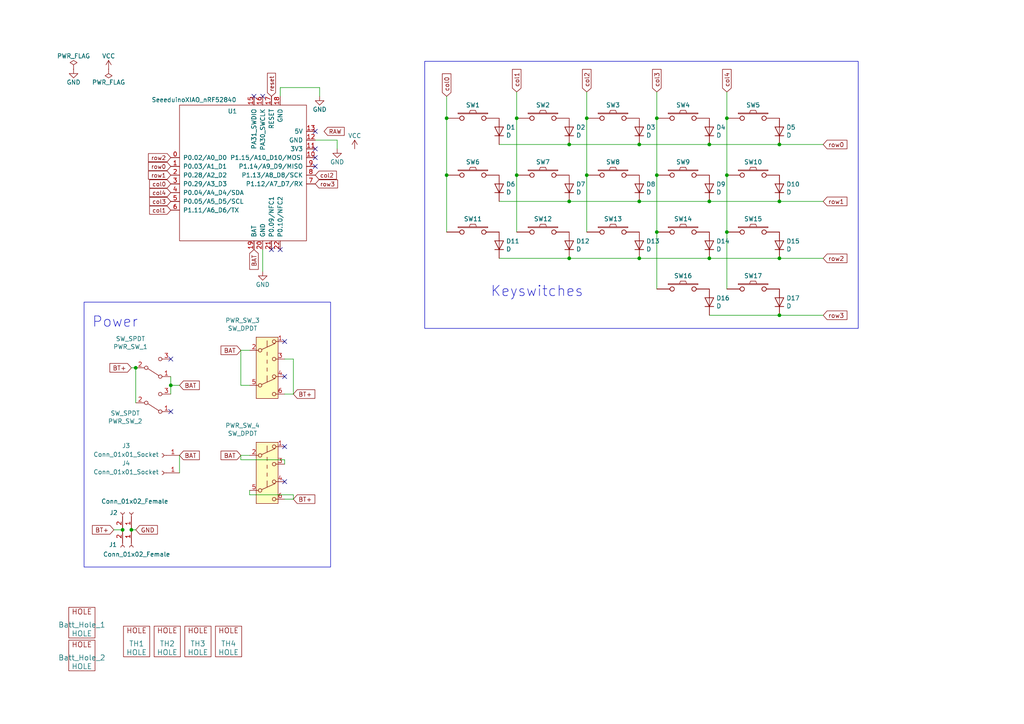
<source format=kicad_sch>
(kicad_sch
	(version 20250114)
	(generator "eeschema")
	(generator_version "9.0")
	(uuid "a7520ad3-0f8b-4788-92d4-8ffb277041e6")
	(paper "A4")
	(title_block
		(title "Kretsträd")
		(company "by JW")
	)
	(lib_symbols
		(symbol "Connector:Conn_01x01_Socket"
			(pin_names
				(offset 1.016)
				(hide yes)
			)
			(exclude_from_sim no)
			(in_bom yes)
			(on_board yes)
			(property "Reference" "J"
				(at 0 2.54 0)
				(effects
					(font
						(size 1.27 1.27)
					)
				)
			)
			(property "Value" "Conn_01x01_Socket"
				(at 0 -2.54 0)
				(effects
					(font
						(size 1.27 1.27)
					)
				)
			)
			(property "Footprint" ""
				(at 0 0 0)
				(effects
					(font
						(size 1.27 1.27)
					)
					(hide yes)
				)
			)
			(property "Datasheet" "~"
				(at 0 0 0)
				(effects
					(font
						(size 1.27 1.27)
					)
					(hide yes)
				)
			)
			(property "Description" "Generic connector, single row, 01x01, script generated"
				(at 0 0 0)
				(effects
					(font
						(size 1.27 1.27)
					)
					(hide yes)
				)
			)
			(property "ki_locked" ""
				(at 0 0 0)
				(effects
					(font
						(size 1.27 1.27)
					)
				)
			)
			(property "ki_keywords" "connector"
				(at 0 0 0)
				(effects
					(font
						(size 1.27 1.27)
					)
					(hide yes)
				)
			)
			(property "ki_fp_filters" "Connector*:*_1x??_*"
				(at 0 0 0)
				(effects
					(font
						(size 1.27 1.27)
					)
					(hide yes)
				)
			)
			(symbol "Conn_01x01_Socket_1_1"
				(polyline
					(pts
						(xy -1.27 0) (xy -0.508 0)
					)
					(stroke
						(width 0.1524)
						(type default)
					)
					(fill
						(type none)
					)
				)
				(arc
					(start 0 -0.508)
					(mid -0.5058 0)
					(end 0 0.508)
					(stroke
						(width 0.1524)
						(type default)
					)
					(fill
						(type none)
					)
				)
				(pin passive line
					(at -5.08 0 0)
					(length 3.81)
					(name "Pin_1"
						(effects
							(font
								(size 1.27 1.27)
							)
						)
					)
					(number "1"
						(effects
							(font
								(size 1.27 1.27)
							)
						)
					)
				)
			)
			(embedded_fonts no)
		)
		(symbol "Connector:Conn_01x02_Female"
			(pin_names
				(offset 1.016)
				(hide yes)
			)
			(exclude_from_sim no)
			(in_bom yes)
			(on_board yes)
			(property "Reference" "J"
				(at 0 2.54 0)
				(effects
					(font
						(size 1.27 1.27)
					)
				)
			)
			(property "Value" "Conn_01x02_Female"
				(at 0 -5.08 0)
				(effects
					(font
						(size 1.27 1.27)
					)
				)
			)
			(property "Footprint" ""
				(at 0 0 0)
				(effects
					(font
						(size 1.27 1.27)
					)
					(hide yes)
				)
			)
			(property "Datasheet" "~"
				(at 0 0 0)
				(effects
					(font
						(size 1.27 1.27)
					)
					(hide yes)
				)
			)
			(property "Description" "Generic connector, single row, 01x02, script generated (kicad-library-utils/schlib/autogen/connector/)"
				(at 0 0 0)
				(effects
					(font
						(size 1.27 1.27)
					)
					(hide yes)
				)
			)
			(property "ki_keywords" "connector"
				(at 0 0 0)
				(effects
					(font
						(size 1.27 1.27)
					)
					(hide yes)
				)
			)
			(property "ki_fp_filters" "Connector*:*_1x??_*"
				(at 0 0 0)
				(effects
					(font
						(size 1.27 1.27)
					)
					(hide yes)
				)
			)
			(symbol "Conn_01x02_Female_1_1"
				(polyline
					(pts
						(xy -1.27 0) (xy -0.508 0)
					)
					(stroke
						(width 0.1524)
						(type default)
					)
					(fill
						(type none)
					)
				)
				(polyline
					(pts
						(xy -1.27 -2.54) (xy -0.508 -2.54)
					)
					(stroke
						(width 0.1524)
						(type default)
					)
					(fill
						(type none)
					)
				)
				(arc
					(start 0 -0.508)
					(mid -0.5058 0)
					(end 0 0.508)
					(stroke
						(width 0.1524)
						(type default)
					)
					(fill
						(type none)
					)
				)
				(arc
					(start 0 -3.048)
					(mid -0.5058 -2.54)
					(end 0 -2.032)
					(stroke
						(width 0.1524)
						(type default)
					)
					(fill
						(type none)
					)
				)
				(pin passive line
					(at -5.08 0 0)
					(length 3.81)
					(name "Pin_1"
						(effects
							(font
								(size 1.27 1.27)
							)
						)
					)
					(number "1"
						(effects
							(font
								(size 1.27 1.27)
							)
						)
					)
				)
				(pin passive line
					(at -5.08 -2.54 0)
					(length 3.81)
					(name "Pin_2"
						(effects
							(font
								(size 1.27 1.27)
							)
						)
					)
					(number "2"
						(effects
							(font
								(size 1.27 1.27)
							)
						)
					)
				)
			)
			(embedded_fonts no)
		)
		(symbol "SofleKeyboard-rescue:D-Lily58-cache-Lily58_Pro-rescue"
			(pin_numbers
				(hide yes)
			)
			(pin_names
				(offset 1.016)
				(hide yes)
			)
			(exclude_from_sim no)
			(in_bom yes)
			(on_board yes)
			(property "Reference" "D"
				(at 0 2.54 0)
				(effects
					(font
						(size 1.27 1.27)
					)
				)
			)
			(property "Value" "D-Lily58-cache-Lily58_Pro-rescue"
				(at 0 -2.54 0)
				(effects
					(font
						(size 1.27 1.27)
					)
				)
			)
			(property "Footprint" ""
				(at 0 0 0)
				(effects
					(font
						(size 1.27 1.27)
					)
					(hide yes)
				)
			)
			(property "Datasheet" ""
				(at 0 0 0)
				(effects
					(font
						(size 1.27 1.27)
					)
					(hide yes)
				)
			)
			(property "Description" ""
				(at 0 0 0)
				(effects
					(font
						(size 1.27 1.27)
					)
					(hide yes)
				)
			)
			(property "ki_fp_filters" "TO-???* *_Diode_* *SingleDiode* D_*"
				(at 0 0 0)
				(effects
					(font
						(size 1.27 1.27)
					)
					(hide yes)
				)
			)
			(symbol "D-Lily58-cache-Lily58_Pro-rescue_0_1"
				(polyline
					(pts
						(xy -1.27 1.27) (xy -1.27 -1.27)
					)
					(stroke
						(width 0.2032)
						(type default)
					)
					(fill
						(type none)
					)
				)
				(polyline
					(pts
						(xy 1.27 1.27) (xy 1.27 -1.27) (xy -1.27 0) (xy 1.27 1.27)
					)
					(stroke
						(width 0.2032)
						(type default)
					)
					(fill
						(type none)
					)
				)
				(polyline
					(pts
						(xy 1.27 0) (xy -1.27 0)
					)
					(stroke
						(width 0)
						(type default)
					)
					(fill
						(type none)
					)
				)
			)
			(symbol "D-Lily58-cache-Lily58_Pro-rescue_1_1"
				(pin passive line
					(at -3.81 0 0)
					(length 2.54)
					(name "K"
						(effects
							(font
								(size 1.27 1.27)
							)
						)
					)
					(number "1"
						(effects
							(font
								(size 1.27 1.27)
							)
						)
					)
				)
				(pin passive line
					(at 3.81 0 180)
					(length 2.54)
					(name "A"
						(effects
							(font
								(size 1.27 1.27)
							)
						)
					)
					(number "2"
						(effects
							(font
								(size 1.27 1.27)
							)
						)
					)
				)
			)
			(embedded_fonts no)
		)
		(symbol "SofleKeyboard-rescue:HOLE-Lily58-cache-Lily58_Pro-rescue"
			(pin_names
				(offset 1.016)
			)
			(exclude_from_sim no)
			(in_bom yes)
			(on_board yes)
			(property "Reference" "U"
				(at 0 0 0)
				(effects
					(font
						(size 1.524 1.524)
					)
				)
			)
			(property "Value" "HOLE-Lily58-cache-Lily58_Pro-rescue"
				(at 0 -5.08 0)
				(effects
					(font
						(size 1.524 1.524)
					)
				)
			)
			(property "Footprint" ""
				(at 0 0 0)
				(effects
					(font
						(size 1.524 1.524)
					)
				)
			)
			(property "Datasheet" ""
				(at 0 0 0)
				(effects
					(font
						(size 1.524 1.524)
					)
				)
			)
			(property "Description" ""
				(at 0 0 0)
				(effects
					(font
						(size 1.27 1.27)
					)
					(hide yes)
				)
			)
			(symbol "HOLE-Lily58-cache-Lily58_Pro-rescue_0_0"
				(text "HOLE"
					(at 0 3.81 0)
					(effects
						(font
							(size 1.524 1.524)
						)
					)
				)
			)
			(symbol "HOLE-Lily58-cache-Lily58_Pro-rescue_0_1"
				(rectangle
					(start 3.81 5.08)
					(end -3.81 -3.81)
					(stroke
						(width 0)
						(type default)
					)
					(fill
						(type none)
					)
				)
			)
			(embedded_fonts no)
		)
		(symbol "SofleKeyboard-rescue:SW_PUSH-Lily58-cache-Lily58_Pro-rescue"
			(pin_numbers
				(hide yes)
			)
			(pin_names
				(offset 1.016)
				(hide yes)
			)
			(exclude_from_sim no)
			(in_bom yes)
			(on_board yes)
			(property "Reference" "SW"
				(at 3.81 2.794 0)
				(effects
					(font
						(size 1.27 1.27)
					)
				)
			)
			(property "Value" "SW_PUSH-Lily58-cache-Lily58_Pro-rescue"
				(at 0 -2.032 0)
				(effects
					(font
						(size 1.27 1.27)
					)
				)
			)
			(property "Footprint" ""
				(at 0 0 0)
				(effects
					(font
						(size 1.27 1.27)
					)
				)
			)
			(property "Datasheet" ""
				(at 0 0 0)
				(effects
					(font
						(size 1.27 1.27)
					)
				)
			)
			(property "Description" ""
				(at 0 0 0)
				(effects
					(font
						(size 1.27 1.27)
					)
					(hide yes)
				)
			)
			(symbol "SW_PUSH-Lily58-cache-Lily58_Pro-rescue_0_1"
				(rectangle
					(start -4.318 1.27)
					(end 4.318 1.524)
					(stroke
						(width 0)
						(type default)
					)
					(fill
						(type none)
					)
				)
				(polyline
					(pts
						(xy -1.016 1.524) (xy -0.762 2.286) (xy 0.762 2.286) (xy 1.016 1.524)
					)
					(stroke
						(width 0)
						(type default)
					)
					(fill
						(type none)
					)
				)
				(pin passive inverted
					(at -7.62 0 0)
					(length 5.08)
					(name "1"
						(effects
							(font
								(size 1.27 1.27)
							)
						)
					)
					(number "1"
						(effects
							(font
								(size 1.27 1.27)
							)
						)
					)
				)
				(pin passive inverted
					(at 7.62 0 180)
					(length 5.08)
					(name "2"
						(effects
							(font
								(size 1.27 1.27)
							)
						)
					)
					(number "2"
						(effects
							(font
								(size 1.27 1.27)
							)
						)
					)
				)
			)
			(embedded_fonts no)
		)
		(symbol "Switch:SW_Push_DPDT"
			(pin_names
				(offset 0)
				(hide yes)
			)
			(exclude_from_sim no)
			(in_bom yes)
			(on_board yes)
			(property "Reference" "SW"
				(at 0 10.16 0)
				(effects
					(font
						(size 1.27 1.27)
					)
				)
			)
			(property "Value" "SW_Push_DPDT"
				(at 0 -10.16 0)
				(effects
					(font
						(size 1.27 1.27)
					)
				)
			)
			(property "Footprint" ""
				(at 0 5.08 0)
				(effects
					(font
						(size 1.27 1.27)
					)
					(hide yes)
				)
			)
			(property "Datasheet" "~"
				(at 0 5.08 0)
				(effects
					(font
						(size 1.27 1.27)
					)
					(hide yes)
				)
			)
			(property "Description" "Momentary Switch, dual pole double throw"
				(at 0 0 0)
				(effects
					(font
						(size 1.27 1.27)
					)
					(hide yes)
				)
			)
			(property "ki_keywords" "switch dual-pole double-throw spdt ON-ON"
				(at 0 0 0)
				(effects
					(font
						(size 1.27 1.27)
					)
					(hide yes)
				)
			)
			(symbol "SW_Push_DPDT_0_0"
				(circle
					(center -2.032 5.08)
					(radius 0.508)
					(stroke
						(width 0)
						(type default)
					)
					(fill
						(type none)
					)
				)
				(circle
					(center -2.032 -5.08)
					(radius 0.508)
					(stroke
						(width 0)
						(type default)
					)
					(fill
						(type none)
					)
				)
				(circle
					(center 2.032 2.54)
					(radius 0.508)
					(stroke
						(width 0)
						(type default)
					)
					(fill
						(type none)
					)
				)
				(circle
					(center 2.032 -7.62)
					(radius 0.508)
					(stroke
						(width 0)
						(type default)
					)
					(fill
						(type none)
					)
				)
			)
			(symbol "SW_Push_DPDT_0_1"
				(polyline
					(pts
						(xy -1.524 5.334) (xy 2.3368 7.0612)
					)
					(stroke
						(width 0)
						(type default)
					)
					(fill
						(type none)
					)
				)
				(polyline
					(pts
						(xy -1.524 -4.826) (xy 2.3368 -3.0988)
					)
					(stroke
						(width 0)
						(type default)
					)
					(fill
						(type none)
					)
				)
				(polyline
					(pts
						(xy 0 7.874) (xy 0 6.096)
					)
					(stroke
						(width 0)
						(type default)
					)
					(fill
						(type none)
					)
				)
				(polyline
					(pts
						(xy 0 3.556) (xy 0 4.572)
					)
					(stroke
						(width 0)
						(type default)
					)
					(fill
						(type none)
					)
				)
				(polyline
					(pts
						(xy 0 1.27) (xy 0 2.286)
					)
					(stroke
						(width 0)
						(type default)
					)
					(fill
						(type none)
					)
				)
				(polyline
					(pts
						(xy 0 -1.016) (xy 0 0)
					)
					(stroke
						(width 0)
						(type default)
					)
					(fill
						(type none)
					)
				)
				(polyline
					(pts
						(xy 0 -2.286) (xy 0 -4.064)
					)
					(stroke
						(width 0)
						(type default)
					)
					(fill
						(type none)
					)
				)
				(circle
					(center 2.032 7.62)
					(radius 0.508)
					(stroke
						(width 0)
						(type default)
					)
					(fill
						(type none)
					)
				)
				(circle
					(center 2.032 -2.54)
					(radius 0.508)
					(stroke
						(width 0)
						(type default)
					)
					(fill
						(type none)
					)
				)
			)
			(symbol "SW_Push_DPDT_1_1"
				(rectangle
					(start -3.175 8.89)
					(end 3.175 -8.89)
					(stroke
						(width 0)
						(type default)
					)
					(fill
						(type background)
					)
				)
				(pin passive line
					(at -5.08 5.08 0)
					(length 2.54)
					(name "B"
						(effects
							(font
								(size 1.27 1.27)
							)
						)
					)
					(number "2"
						(effects
							(font
								(size 1.27 1.27)
							)
						)
					)
				)
				(pin passive line
					(at -5.08 -5.08 0)
					(length 2.54)
					(name "B"
						(effects
							(font
								(size 1.27 1.27)
							)
						)
					)
					(number "5"
						(effects
							(font
								(size 1.27 1.27)
							)
						)
					)
				)
				(pin passive line
					(at 5.08 7.62 180)
					(length 2.54)
					(name "A"
						(effects
							(font
								(size 1.27 1.27)
							)
						)
					)
					(number "1"
						(effects
							(font
								(size 1.27 1.27)
							)
						)
					)
				)
				(pin passive line
					(at 5.08 2.54 180)
					(length 2.54)
					(name "C"
						(effects
							(font
								(size 1.27 1.27)
							)
						)
					)
					(number "3"
						(effects
							(font
								(size 1.27 1.27)
							)
						)
					)
				)
				(pin passive line
					(at 5.08 -2.54 180)
					(length 2.54)
					(name "A"
						(effects
							(font
								(size 1.27 1.27)
							)
						)
					)
					(number "4"
						(effects
							(font
								(size 1.27 1.27)
							)
						)
					)
				)
				(pin passive line
					(at 5.08 -7.62 180)
					(length 2.54)
					(name "C"
						(effects
							(font
								(size 1.27 1.27)
							)
						)
					)
					(number "6"
						(effects
							(font
								(size 1.27 1.27)
							)
						)
					)
				)
			)
			(embedded_fonts no)
		)
		(symbol "Switch:SW_SPDT"
			(pin_names
				(offset 0)
				(hide yes)
			)
			(exclude_from_sim no)
			(in_bom yes)
			(on_board yes)
			(property "Reference" "SW"
				(at 0 4.318 0)
				(effects
					(font
						(size 1.27 1.27)
					)
				)
			)
			(property "Value" "SW_SPDT"
				(at 0 -5.08 0)
				(effects
					(font
						(size 1.27 1.27)
					)
				)
			)
			(property "Footprint" ""
				(at 0 0 0)
				(effects
					(font
						(size 1.27 1.27)
					)
					(hide yes)
				)
			)
			(property "Datasheet" "~"
				(at 0 0 0)
				(effects
					(font
						(size 1.27 1.27)
					)
					(hide yes)
				)
			)
			(property "Description" "Switch, single pole double throw"
				(at 0 0 0)
				(effects
					(font
						(size 1.27 1.27)
					)
					(hide yes)
				)
			)
			(property "ki_keywords" "switch single-pole double-throw spdt ON-ON"
				(at 0 0 0)
				(effects
					(font
						(size 1.27 1.27)
					)
					(hide yes)
				)
			)
			(symbol "SW_SPDT_0_0"
				(circle
					(center -2.032 0)
					(radius 0.508)
					(stroke
						(width 0)
						(type default)
					)
					(fill
						(type none)
					)
				)
				(circle
					(center 2.032 -2.54)
					(radius 0.508)
					(stroke
						(width 0)
						(type default)
					)
					(fill
						(type none)
					)
				)
			)
			(symbol "SW_SPDT_0_1"
				(polyline
					(pts
						(xy -1.524 0.254) (xy 1.651 2.286)
					)
					(stroke
						(width 0)
						(type default)
					)
					(fill
						(type none)
					)
				)
				(circle
					(center 2.032 2.54)
					(radius 0.508)
					(stroke
						(width 0)
						(type default)
					)
					(fill
						(type none)
					)
				)
			)
			(symbol "SW_SPDT_1_1"
				(pin passive line
					(at -5.08 0 0)
					(length 2.54)
					(name "B"
						(effects
							(font
								(size 1.27 1.27)
							)
						)
					)
					(number "2"
						(effects
							(font
								(size 1.27 1.27)
							)
						)
					)
				)
				(pin passive line
					(at 5.08 2.54 180)
					(length 2.54)
					(name "A"
						(effects
							(font
								(size 1.27 1.27)
							)
						)
					)
					(number "1"
						(effects
							(font
								(size 1.27 1.27)
							)
						)
					)
				)
				(pin passive line
					(at 5.08 -2.54 180)
					(length 2.54)
					(name "C"
						(effects
							(font
								(size 1.27 1.27)
							)
						)
					)
					(number "3"
						(effects
							(font
								(size 1.27 1.27)
							)
						)
					)
				)
			)
			(embedded_fonts no)
		)
		(symbol "jw_custom_symbols:SeeeduinoXIAO_nRF52840"
			(pin_names
				(offset 1.016)
			)
			(exclude_from_sim no)
			(in_bom yes)
			(on_board yes)
			(property "Reference" "U1"
				(at -5.842 19.05 0)
				(effects
					(font
						(size 1.27 1.27)
					)
					(justify right)
				)
			)
			(property "Value" "SeeeduinoXIAO_nRF52840"
				(at -5.842 21.59 0)
				(effects
					(font
						(size 1.27 1.27)
					)
					(justify right)
				)
			)
			(property "Footprint" "jw_custom_footprints:Xiao THT jumper pad_big_hole_flipped"
				(at 0 -29.718 0)
				(effects
					(font
						(size 1.27 1.27)
					)
					(hide yes)
				)
			)
			(property "Datasheet" ""
				(at -8.89 5.08 0)
				(effects
					(font
						(size 1.27 1.27)
					)
					(hide yes)
				)
			)
			(property "Description" ""
				(at 0 0 0)
				(effects
					(font
						(size 1.27 1.27)
					)
					(hide yes)
				)
			)
			(symbol "SeeeduinoXIAO_nRF52840_0_1"
				(rectangle
					(start -19.05 20.32)
					(end 17.78 -19.05)
					(stroke
						(width 0)
						(type default)
					)
					(fill
						(type none)
					)
				)
			)
			(symbol "SeeeduinoXIAO_nRF52840_1_1"
				(pin bidirectional line
					(at -21.59 5.08 0)
					(length 2.54)
					(name "P0.02/A0_D0"
						(effects
							(font
								(size 1.27 1.27)
							)
						)
					)
					(number "0"
						(effects
							(font
								(size 1.27 1.27)
							)
						)
					)
				)
				(pin bidirectional line
					(at -21.59 2.54 0)
					(length 2.54)
					(name "P0.03/A1_D1"
						(effects
							(font
								(size 1.27 1.27)
							)
						)
					)
					(number "1"
						(effects
							(font
								(size 1.27 1.27)
							)
						)
					)
				)
				(pin bidirectional line
					(at -21.59 0 0)
					(length 2.54)
					(name "P0.28/A2_D2"
						(effects
							(font
								(size 1.27 1.27)
							)
						)
					)
					(number "2"
						(effects
							(font
								(size 1.27 1.27)
							)
						)
					)
				)
				(pin bidirectional line
					(at -21.59 -2.54 0)
					(length 2.54)
					(name "P0.29/A3_D3"
						(effects
							(font
								(size 1.27 1.27)
							)
						)
					)
					(number "3"
						(effects
							(font
								(size 1.27 1.27)
							)
						)
					)
				)
				(pin bidirectional line
					(at -21.59 -5.08 0)
					(length 2.54)
					(name "P0.04/A4_D4/SDA"
						(effects
							(font
								(size 1.27 1.27)
							)
						)
					)
					(number "4"
						(effects
							(font
								(size 1.27 1.27)
							)
						)
					)
				)
				(pin bidirectional line
					(at -21.59 -7.62 0)
					(length 2.54)
					(name "P0.05/A5_D5/SCL"
						(effects
							(font
								(size 1.27 1.27)
							)
						)
					)
					(number "5"
						(effects
							(font
								(size 1.27 1.27)
							)
						)
					)
				)
				(pin bidirectional line
					(at -21.59 -10.16 0)
					(length 2.54)
					(name "P1.11/A6_D6/TX"
						(effects
							(font
								(size 1.27 1.27)
							)
						)
					)
					(number "6"
						(effects
							(font
								(size 1.27 1.27)
							)
						)
					)
				)
				(pin input line
					(at 2.54 22.86 270)
					(length 2.54)
					(name "PA31_SWDIO"
						(effects
							(font
								(size 1.27 1.27)
							)
						)
					)
					(number "15"
						(effects
							(font
								(size 1.27 1.27)
							)
						)
					)
				)
				(pin bidirectional line
					(at 2.54 -21.59 90)
					(length 2.54)
					(name "BAT"
						(effects
							(font
								(size 1.27 1.27)
							)
						)
					)
					(number "19"
						(effects
							(font
								(size 1.27 1.27)
							)
						)
					)
				)
				(pin input line
					(at 5.08 22.86 270)
					(length 2.54)
					(name "PA30_SWCLK"
						(effects
							(font
								(size 1.27 1.27)
							)
						)
					)
					(number "16"
						(effects
							(font
								(size 1.27 1.27)
							)
						)
					)
				)
				(pin power_out line
					(at 5.08 -21.59 90)
					(length 2.54)
					(name "GND"
						(effects
							(font
								(size 1.27 1.27)
							)
						)
					)
					(number "20"
						(effects
							(font
								(size 1.27 1.27)
							)
						)
					)
				)
				(pin input line
					(at 7.62 22.86 270)
					(length 2.54)
					(name "RESET"
						(effects
							(font
								(size 1.27 1.27)
							)
						)
					)
					(number "17"
						(effects
							(font
								(size 1.27 1.27)
							)
						)
					)
				)
				(pin bidirectional line
					(at 7.62 -21.59 90)
					(length 2.54)
					(name "P0.09/NFC1"
						(effects
							(font
								(size 1.27 1.27)
							)
						)
					)
					(number "21"
						(effects
							(font
								(size 1.27 1.27)
							)
						)
					)
				)
				(pin power_out line
					(at 10.16 22.86 270)
					(length 2.54)
					(name "GND"
						(effects
							(font
								(size 1.27 1.27)
							)
						)
					)
					(number "18"
						(effects
							(font
								(size 1.27 1.27)
							)
						)
					)
				)
				(pin bidirectional line
					(at 10.16 -21.59 90)
					(length 2.54)
					(name "P0.10/NFC2"
						(effects
							(font
								(size 1.27 1.27)
							)
						)
					)
					(number "22"
						(effects
							(font
								(size 1.27 1.27)
							)
						)
					)
				)
				(pin power_out line
					(at 20.32 12.7 180)
					(length 2.54)
					(name "5V"
						(effects
							(font
								(size 1.27 1.27)
							)
						)
					)
					(number "13"
						(effects
							(font
								(size 1.27 1.27)
							)
						)
					)
				)
				(pin power_out line
					(at 20.32 10.16 180)
					(length 2.54)
					(name "GND"
						(effects
							(font
								(size 1.27 1.27)
							)
						)
					)
					(number "12"
						(effects
							(font
								(size 1.27 1.27)
							)
						)
					)
				)
				(pin power_out line
					(at 20.32 7.62 180)
					(length 2.54)
					(name "3V3"
						(effects
							(font
								(size 1.27 1.27)
							)
						)
					)
					(number "11"
						(effects
							(font
								(size 1.27 1.27)
							)
						)
					)
				)
				(pin bidirectional line
					(at 20.32 5.08 180)
					(length 2.54)
					(name "P1.15/A10_D10/MOSI"
						(effects
							(font
								(size 1.27 1.27)
							)
						)
					)
					(number "10"
						(effects
							(font
								(size 1.27 1.27)
							)
						)
					)
				)
				(pin bidirectional line
					(at 20.32 2.54 180)
					(length 2.54)
					(name "P1.14/A9_D9/MISO"
						(effects
							(font
								(size 1.27 1.27)
							)
						)
					)
					(number "9"
						(effects
							(font
								(size 1.27 1.27)
							)
						)
					)
				)
				(pin bidirectional line
					(at 20.32 0 180)
					(length 2.54)
					(name "P1.13/A8_D8/SCK"
						(effects
							(font
								(size 1.27 1.27)
							)
						)
					)
					(number "8"
						(effects
							(font
								(size 1.27 1.27)
							)
						)
					)
				)
				(pin bidirectional line
					(at 20.32 -2.54 180)
					(length 2.54)
					(name "P1.12/A7_D7/RX"
						(effects
							(font
								(size 1.27 1.27)
							)
						)
					)
					(number "7"
						(effects
							(font
								(size 1.27 1.27)
							)
						)
					)
				)
			)
			(embedded_fonts no)
		)
		(symbol "power:GND"
			(power)
			(pin_names
				(offset 0)
			)
			(exclude_from_sim no)
			(in_bom yes)
			(on_board yes)
			(property "Reference" "#PWR"
				(at 0 -6.35 0)
				(effects
					(font
						(size 1.27 1.27)
					)
					(hide yes)
				)
			)
			(property "Value" "GND"
				(at 0 -3.81 0)
				(effects
					(font
						(size 1.27 1.27)
					)
				)
			)
			(property "Footprint" ""
				(at 0 0 0)
				(effects
					(font
						(size 1.27 1.27)
					)
					(hide yes)
				)
			)
			(property "Datasheet" ""
				(at 0 0 0)
				(effects
					(font
						(size 1.27 1.27)
					)
					(hide yes)
				)
			)
			(property "Description" "Power symbol creates a global label with name \"GND\" , ground"
				(at 0 0 0)
				(effects
					(font
						(size 1.27 1.27)
					)
					(hide yes)
				)
			)
			(property "ki_keywords" "power-flag"
				(at 0 0 0)
				(effects
					(font
						(size 1.27 1.27)
					)
					(hide yes)
				)
			)
			(symbol "GND_0_1"
				(polyline
					(pts
						(xy 0 0) (xy 0 -1.27) (xy 1.27 -1.27) (xy 0 -2.54) (xy -1.27 -1.27) (xy 0 -1.27)
					)
					(stroke
						(width 0)
						(type default)
					)
					(fill
						(type none)
					)
				)
			)
			(symbol "GND_1_1"
				(pin power_in line
					(at 0 0 270)
					(length 0)
					(hide yes)
					(name "GND"
						(effects
							(font
								(size 1.27 1.27)
							)
						)
					)
					(number "1"
						(effects
							(font
								(size 1.27 1.27)
							)
						)
					)
				)
			)
			(embedded_fonts no)
		)
		(symbol "power:PWR_FLAG"
			(power)
			(pin_numbers
				(hide yes)
			)
			(pin_names
				(offset 0)
				(hide yes)
			)
			(exclude_from_sim no)
			(in_bom yes)
			(on_board yes)
			(property "Reference" "#FLG"
				(at 0 1.905 0)
				(effects
					(font
						(size 1.27 1.27)
					)
					(hide yes)
				)
			)
			(property "Value" "PWR_FLAG"
				(at 0 3.81 0)
				(effects
					(font
						(size 1.27 1.27)
					)
				)
			)
			(property "Footprint" ""
				(at 0 0 0)
				(effects
					(font
						(size 1.27 1.27)
					)
					(hide yes)
				)
			)
			(property "Datasheet" "~"
				(at 0 0 0)
				(effects
					(font
						(size 1.27 1.27)
					)
					(hide yes)
				)
			)
			(property "Description" "Special symbol for telling ERC where power comes from"
				(at 0 0 0)
				(effects
					(font
						(size 1.27 1.27)
					)
					(hide yes)
				)
			)
			(property "ki_keywords" "power-flag"
				(at 0 0 0)
				(effects
					(font
						(size 1.27 1.27)
					)
					(hide yes)
				)
			)
			(symbol "PWR_FLAG_0_0"
				(pin power_out line
					(at 0 0 90)
					(length 0)
					(name "pwr"
						(effects
							(font
								(size 1.27 1.27)
							)
						)
					)
					(number "1"
						(effects
							(font
								(size 1.27 1.27)
							)
						)
					)
				)
			)
			(symbol "PWR_FLAG_0_1"
				(polyline
					(pts
						(xy 0 0) (xy 0 1.27) (xy -1.016 1.905) (xy 0 2.54) (xy 1.016 1.905) (xy 0 1.27)
					)
					(stroke
						(width 0)
						(type default)
					)
					(fill
						(type none)
					)
				)
			)
			(embedded_fonts no)
		)
		(symbol "power:VCC"
			(power)
			(pin_names
				(offset 0)
			)
			(exclude_from_sim no)
			(in_bom yes)
			(on_board yes)
			(property "Reference" "#PWR"
				(at 0 -3.81 0)
				(effects
					(font
						(size 1.27 1.27)
					)
					(hide yes)
				)
			)
			(property "Value" "VCC"
				(at 0 3.81 0)
				(effects
					(font
						(size 1.27 1.27)
					)
				)
			)
			(property "Footprint" ""
				(at 0 0 0)
				(effects
					(font
						(size 1.27 1.27)
					)
					(hide yes)
				)
			)
			(property "Datasheet" ""
				(at 0 0 0)
				(effects
					(font
						(size 1.27 1.27)
					)
					(hide yes)
				)
			)
			(property "Description" "Power symbol creates a global label with name \"VCC\""
				(at 0 0 0)
				(effects
					(font
						(size 1.27 1.27)
					)
					(hide yes)
				)
			)
			(property "ki_keywords" "power-flag"
				(at 0 0 0)
				(effects
					(font
						(size 1.27 1.27)
					)
					(hide yes)
				)
			)
			(symbol "VCC_0_1"
				(polyline
					(pts
						(xy -0.762 1.27) (xy 0 2.54)
					)
					(stroke
						(width 0)
						(type default)
					)
					(fill
						(type none)
					)
				)
				(polyline
					(pts
						(xy 0 2.54) (xy 0.762 1.27)
					)
					(stroke
						(width 0)
						(type default)
					)
					(fill
						(type none)
					)
				)
				(polyline
					(pts
						(xy 0 0) (xy 0 2.54)
					)
					(stroke
						(width 0)
						(type default)
					)
					(fill
						(type none)
					)
				)
			)
			(symbol "VCC_1_1"
				(pin power_in line
					(at 0 0 90)
					(length 0)
					(hide yes)
					(name "VCC"
						(effects
							(font
								(size 1.27 1.27)
							)
						)
					)
					(number "1"
						(effects
							(font
								(size 1.27 1.27)
							)
						)
					)
				)
			)
			(embedded_fonts no)
		)
	)
	(rectangle
		(start 123.19 17.78)
		(end 248.92 95.25)
		(stroke
			(width 0)
			(type default)
		)
		(fill
			(type none)
		)
		(uuid b052548a-966a-46e6-bc19-413e4c9086d5)
	)
	(rectangle
		(start 24.384 87.63)
		(end 95.885 164.465)
		(stroke
			(width 0)
			(type default)
		)
		(fill
			(type none)
		)
		(uuid cb1e08bc-98f3-41cc-bb25-b213d469392c)
	)
	(text "Keyswitches"
		(exclude_from_sim no)
		(at 142.24 86.36 0)
		(effects
			(font
				(size 2.9972 2.9972)
			)
			(justify left bottom)
		)
		(uuid "84232229-ec40-4a4a-9f51-dbeba0b55a99")
	)
	(text "Power"
		(exclude_from_sim no)
		(at 26.67 95.25 0)
		(effects
			(font
				(size 2.9972 2.9972)
			)
			(justify left bottom)
		)
		(uuid "c7b25497-a0fc-4602-a4d7-7b4be219e3cd")
	)
	(junction
		(at 205.74 41.91)
		(diameter 0)
		(color 0 0 0 0)
		(uuid "07cd1ddf-c44b-472d-9aa7-f9d91057cae2")
	)
	(junction
		(at 226.06 41.91)
		(diameter 0)
		(color 0 0 0 0)
		(uuid "0b61cefd-5cea-489c-93c7-21e6531b9901")
	)
	(junction
		(at 226.06 74.93)
		(diameter 0)
		(color 0 0 0 0)
		(uuid "0ec2eb27-ad1d-46dd-a416-3b90b23328ec")
	)
	(junction
		(at 49.53 111.76)
		(diameter 0)
		(color 0 0 0 0)
		(uuid "0fd093ce-f12d-4eea-a553-8ee0511c860a")
	)
	(junction
		(at 39.37 106.68)
		(diameter 0)
		(color 0 0 0 0)
		(uuid "12754daa-b17c-49b5-962b-a19b316df3de")
	)
	(junction
		(at 170.18 50.8)
		(diameter 0)
		(color 0 0 0 0)
		(uuid "1fa05652-91bd-4995-b8ab-33fdd78e9588")
	)
	(junction
		(at 205.74 74.93)
		(diameter 0)
		(color 0 0 0 0)
		(uuid "23a59e81-2b2a-42b0-be5b-90aade68a2b4")
	)
	(junction
		(at 226.06 91.44)
		(diameter 0)
		(color 0 0 0 0)
		(uuid "23f13b15-0294-4573-9bdc-002e4c958bb3")
	)
	(junction
		(at 185.42 74.93)
		(diameter 0)
		(color 0 0 0 0)
		(uuid "2478333e-4d88-48b5-831d-238e351e069d")
	)
	(junction
		(at 190.5 34.29)
		(diameter 0)
		(color 0 0 0 0)
		(uuid "2b2ac007-2bdf-4e14-8b9f-d67a39fd778c")
	)
	(junction
		(at 226.06 58.42)
		(diameter 0)
		(color 0 0 0 0)
		(uuid "31cee07d-c9d8-432a-ba57-26b7a55c297a")
	)
	(junction
		(at 210.82 50.8)
		(diameter 0)
		(color 0 0 0 0)
		(uuid "3ad9187c-1126-4909-8a1c-30614f8e0138")
	)
	(junction
		(at 35.56 153.67)
		(diameter 0)
		(color 0 0 0 0)
		(uuid "3c7c3480-fefc-4050-a67d-e047b1a477e5")
	)
	(junction
		(at 129.54 34.29)
		(diameter 0)
		(color 0 0 0 0)
		(uuid "4082e445-8b82-4cdc-91c2-0e0b1248ea4e")
	)
	(junction
		(at 190.5 67.31)
		(diameter 0)
		(color 0 0 0 0)
		(uuid "42bbca17-4d6f-4613-b8e3-ccac4053e4da")
	)
	(junction
		(at 129.54 50.8)
		(diameter 0)
		(color 0 0 0 0)
		(uuid "438d870a-56f6-4d87-987a-cd4d7d8c22d9")
	)
	(junction
		(at 165.1 58.42)
		(diameter 0)
		(color 0 0 0 0)
		(uuid "5e67186e-6979-4969-b524-bb60da70a49f")
	)
	(junction
		(at 149.86 34.29)
		(diameter 0)
		(color 0 0 0 0)
		(uuid "65fd8d30-8de6-49b8-a020-7642ec8e160e")
	)
	(junction
		(at 165.1 74.93)
		(diameter 0)
		(color 0 0 0 0)
		(uuid "6a089202-caf2-4805-8a85-581cf815cb24")
	)
	(junction
		(at 190.5 50.8)
		(diameter 0)
		(color 0 0 0 0)
		(uuid "916ffb5e-a8a1-400d-beb9-455a4b714339")
	)
	(junction
		(at 210.82 34.29)
		(diameter 0)
		(color 0 0 0 0)
		(uuid "938cf94e-b921-47c4-9b4e-bd91ac3efce2")
	)
	(junction
		(at 149.86 50.8)
		(diameter 0)
		(color 0 0 0 0)
		(uuid "a9ca5ac4-dcad-4dca-8e13-add2d7d7ba80")
	)
	(junction
		(at 170.18 34.29)
		(diameter 0)
		(color 0 0 0 0)
		(uuid "af7fe1fe-a0f7-44ab-85d0-0a9ad053f2b7")
	)
	(junction
		(at 185.42 41.91)
		(diameter 0)
		(color 0 0 0 0)
		(uuid "b57f3db1-6069-4344-8c63-370bd0430359")
	)
	(junction
		(at 38.1 153.67)
		(diameter 0)
		(color 0 0 0 0)
		(uuid "ca621a5a-7d97-4805-92bd-077d3d6d9ab0")
	)
	(junction
		(at 210.82 67.31)
		(diameter 0)
		(color 0 0 0 0)
		(uuid "d68c2050-bfcf-4a8d-bdcf-3a91fdc88450")
	)
	(junction
		(at 205.74 58.42)
		(diameter 0)
		(color 0 0 0 0)
		(uuid "efd0ed07-bdc0-4c18-973a-a40fcc61b12c")
	)
	(junction
		(at 185.42 58.42)
		(diameter 0)
		(color 0 0 0 0)
		(uuid "f17b4b3a-29e9-4d2f-971b-4e36e12c2a45")
	)
	(junction
		(at 165.1 41.91)
		(diameter 0)
		(color 0 0 0 0)
		(uuid "fac8434e-6834-4020-9f83-bed340322162")
	)
	(no_connect
		(at 73.66 27.94)
		(uuid "0bb6bbdc-d121-4d54-97ca-2824ad4ced3e")
	)
	(no_connect
		(at 49.53 119.38)
		(uuid "2e07edd4-3513-42be-914c-012ab28f0b65")
	)
	(no_connect
		(at 91.44 48.26)
		(uuid "3780e521-3ef7-41a1-a53d-46a36d31aeaa")
	)
	(no_connect
		(at 82.55 129.54)
		(uuid "3e89bb4f-a60b-450b-a6e6-ed25b28cf268")
	)
	(no_connect
		(at 78.74 72.39)
		(uuid "3f6df380-1634-419e-9c32-5c8457fd9094")
	)
	(no_connect
		(at 91.44 43.18)
		(uuid "4624af41-93b6-4e2c-8a91-d6d23dae488c")
	)
	(no_connect
		(at 91.44 45.72)
		(uuid "531b542a-3c25-4f4c-a348-1f92d19186c0")
	)
	(no_connect
		(at 76.2 27.94)
		(uuid "6a364dda-36a4-4ca7-a420-9df2bd1365b8")
	)
	(no_connect
		(at 82.55 109.22)
		(uuid "72619416-1521-46c5-8538-b2900469777f")
	)
	(no_connect
		(at 82.55 139.7)
		(uuid "767ac524-bd4b-44d1-9129-c4921f1fb7e6")
	)
	(no_connect
		(at 81.28 72.39)
		(uuid "8f2787a4-a5a7-40be-ae27-e9151ea92730")
	)
	(no_connect
		(at 82.55 99.06)
		(uuid "94d95494-d9bd-4cc7-a30a-1bfab2ad6c06")
	)
	(no_connect
		(at 91.44 38.1)
		(uuid "ea1d18a4-4509-44a0-b963-1e4bb31fcadb")
	)
	(no_connect
		(at 49.53 104.14)
		(uuid "f85de266-a11a-48b8-b930-cb461fe8f283")
	)
	(wire
		(pts
			(xy 82.55 144.78) (xy 85.09 144.78)
		)
		(stroke
			(width 0)
			(type default)
		)
		(uuid "093e772d-73bf-4049-88b8-e372ff8d2aa9")
	)
	(wire
		(pts
			(xy 72.39 143.51) (xy 85.09 143.51)
		)
		(stroke
			(width 0)
			(type default)
		)
		(uuid "0bc2c389-7fab-44a6-a52e-d6e5004f9218")
	)
	(wire
		(pts
			(xy 170.18 34.29) (xy 170.18 50.8)
		)
		(stroke
			(width 0)
			(type default)
		)
		(uuid "0c21d980-42ee-4403-bb0d-f7d2e5543352")
	)
	(wire
		(pts
			(xy 69.85 133.35) (xy 69.85 132.08)
		)
		(stroke
			(width 0)
			(type default)
		)
		(uuid "1a2c50b0-afe4-437b-8cce-42241cd3cb98")
	)
	(wire
		(pts
			(xy 39.37 106.68) (xy 39.37 116.84)
		)
		(stroke
			(width 0)
			(type default)
		)
		(uuid "1ac92257-5492-4d2a-98ff-a49461542965")
	)
	(wire
		(pts
			(xy 82.55 104.14) (xy 85.09 104.14)
		)
		(stroke
			(width 0)
			(type default)
		)
		(uuid "1d79bf7e-ffdd-4e09-aac4-c6fdc5e9c679")
	)
	(wire
		(pts
			(xy 129.54 27.94) (xy 129.54 34.29)
		)
		(stroke
			(width 0)
			(type default)
		)
		(uuid "2158ab0a-4190-4134-970c-e72eafaca568")
	)
	(wire
		(pts
			(xy 165.1 74.93) (xy 185.42 74.93)
		)
		(stroke
			(width 0)
			(type default)
		)
		(uuid "21eaf1f6-3f00-4d3e-a897-2b4bca4c293e")
	)
	(wire
		(pts
			(xy 82.55 133.35) (xy 82.55 134.62)
		)
		(stroke
			(width 0)
			(type default)
		)
		(uuid "2d473c10-eb9c-4298-ac73-1f3508145bd1")
	)
	(wire
		(pts
			(xy 72.39 111.76) (xy 69.85 111.76)
		)
		(stroke
			(width 0)
			(type default)
		)
		(uuid "314852f1-c27e-4a94-86dd-5c207f591873")
	)
	(wire
		(pts
			(xy 144.78 58.42) (xy 165.1 58.42)
		)
		(stroke
			(width 0)
			(type default)
		)
		(uuid "32938f52-79eb-4a29-bd2c-587cfcefb395")
	)
	(wire
		(pts
			(xy 226.06 41.91) (xy 238.76 41.91)
		)
		(stroke
			(width 0)
			(type default)
		)
		(uuid "3338504d-e3e0-47d3-ba57-f4d497f66d78")
	)
	(wire
		(pts
			(xy 190.5 34.29) (xy 190.5 50.8)
		)
		(stroke
			(width 0)
			(type default)
		)
		(uuid "3e39ccd0-1c48-4eab-b181-e3ea98e38007")
	)
	(wire
		(pts
			(xy 38.1 106.68) (xy 39.37 106.68)
		)
		(stroke
			(width 0)
			(type default)
		)
		(uuid "401fd579-5266-46c9-93b3-f91df02f7dd1")
	)
	(wire
		(pts
			(xy 210.82 67.31) (xy 210.82 83.82)
		)
		(stroke
			(width 0)
			(type default)
		)
		(uuid "4e538e0a-9bb4-445b-bfff-0bc262be40b7")
	)
	(wire
		(pts
			(xy 69.85 111.76) (xy 69.85 101.6)
		)
		(stroke
			(width 0)
			(type default)
		)
		(uuid "5be22465-99da-40af-88ec-69c1dc6f7adf")
	)
	(wire
		(pts
			(xy 85.09 104.14) (xy 85.09 114.3)
		)
		(stroke
			(width 0)
			(type default)
		)
		(uuid "6653d2a5-aad1-4c79-92c8-e7071283052e")
	)
	(wire
		(pts
			(xy 190.5 50.8) (xy 190.5 67.31)
		)
		(stroke
			(width 0)
			(type default)
		)
		(uuid "667df995-3983-4c0d-8ac2-8c7c9b6044d9")
	)
	(wire
		(pts
			(xy 33.02 153.67) (xy 35.56 153.67)
		)
		(stroke
			(width 0)
			(type default)
		)
		(uuid "6aa1bd59-acb0-43d9-8aef-0528a02e6f4e")
	)
	(wire
		(pts
			(xy 165.1 41.91) (xy 185.42 41.91)
		)
		(stroke
			(width 0)
			(type default)
		)
		(uuid "6ae5d650-6331-4b12-9d02-a3c3ff0ff1ff")
	)
	(wire
		(pts
			(xy 210.82 26.67) (xy 210.82 34.29)
		)
		(stroke
			(width 0)
			(type default)
		)
		(uuid "753ae6f3-de48-4a64-b51a-67fde7ca1bd5")
	)
	(wire
		(pts
			(xy 226.06 58.42) (xy 238.76 58.42)
		)
		(stroke
			(width 0)
			(type default)
		)
		(uuid "78ea1ad5-e67d-44da-a04d-6a0ef41d23de")
	)
	(wire
		(pts
			(xy 69.85 101.6) (xy 72.39 101.6)
		)
		(stroke
			(width 0)
			(type default)
		)
		(uuid "7d22513d-e42f-4cad-bbf7-a9cfbd7bb054")
	)
	(wire
		(pts
			(xy 97.79 43.18) (xy 97.79 40.64)
		)
		(stroke
			(width 0)
			(type default)
		)
		(uuid "7e7e852e-fad1-4927-9c9a-38e5562884c6")
	)
	(wire
		(pts
			(xy 205.74 74.93) (xy 226.06 74.93)
		)
		(stroke
			(width 0)
			(type default)
		)
		(uuid "7f2d47c4-678a-4dc0-b71f-63d4682181bd")
	)
	(wire
		(pts
			(xy 149.86 34.29) (xy 149.86 50.8)
		)
		(stroke
			(width 0)
			(type default)
		)
		(uuid "83469868-3c4d-40ca-b6fe-e25fbae6ca21")
	)
	(wire
		(pts
			(xy 165.1 58.42) (xy 185.42 58.42)
		)
		(stroke
			(width 0)
			(type default)
		)
		(uuid "870b2ede-7bb0-482d-aae1-d03595990aa2")
	)
	(wire
		(pts
			(xy 52.07 132.08) (xy 52.07 137.16)
		)
		(stroke
			(width 0)
			(type default)
		)
		(uuid "878b9e9b-579d-4b90-9fc6-1a39b70658ba")
	)
	(wire
		(pts
			(xy 210.82 34.29) (xy 210.82 50.8)
		)
		(stroke
			(width 0)
			(type default)
		)
		(uuid "8d27b9d7-fe26-4e5d-ab5e-d5f5ffdbcc5e")
	)
	(wire
		(pts
			(xy 82.55 133.35) (xy 69.85 133.35)
		)
		(stroke
			(width 0)
			(type default)
		)
		(uuid "8e5acfac-e5ef-4879-b4e6-a513f2fd3d50")
	)
	(wire
		(pts
			(xy 76.2 72.39) (xy 76.2 78.74)
		)
		(stroke
			(width 0)
			(type default)
		)
		(uuid "8f870a96-74ec-4b64-af87-cd61d4be0b36")
	)
	(wire
		(pts
			(xy 149.86 26.67) (xy 149.86 34.29)
		)
		(stroke
			(width 0)
			(type default)
		)
		(uuid "90e2cc42-447b-49d8-b388-e5c2bc0ea768")
	)
	(wire
		(pts
			(xy 82.55 114.3) (xy 85.09 114.3)
		)
		(stroke
			(width 0)
			(type default)
		)
		(uuid "93ab7aff-395d-4274-964f-8fcccd50ca0f")
	)
	(wire
		(pts
			(xy 81.28 25.4) (xy 92.71 25.4)
		)
		(stroke
			(width 0)
			(type default)
		)
		(uuid "9682e00b-0b5e-43e5-93fa-06b62e6b9652")
	)
	(wire
		(pts
			(xy 92.71 25.4) (xy 92.71 27.94)
		)
		(stroke
			(width 0)
			(type default)
		)
		(uuid "9797476b-2424-42da-807b-a9170ff073e7")
	)
	(wire
		(pts
			(xy 69.85 132.08) (xy 72.39 132.08)
		)
		(stroke
			(width 0)
			(type default)
		)
		(uuid "984bae79-5765-4ed6-bb95-2c27d483421e")
	)
	(wire
		(pts
			(xy 81.28 27.94) (xy 81.28 25.4)
		)
		(stroke
			(width 0)
			(type default)
		)
		(uuid "98dda704-1963-414d-809d-a64c6655bdaf")
	)
	(wire
		(pts
			(xy 205.74 58.42) (xy 226.06 58.42)
		)
		(stroke
			(width 0)
			(type default)
		)
		(uuid "9caf01aa-cb54-44f0-9713-9a669ca06f5c")
	)
	(wire
		(pts
			(xy 185.42 58.42) (xy 205.74 58.42)
		)
		(stroke
			(width 0)
			(type default)
		)
		(uuid "9cc08547-0478-4733-be25-b54c9abddb10")
	)
	(wire
		(pts
			(xy 129.54 34.29) (xy 129.54 50.8)
		)
		(stroke
			(width 0)
			(type default)
		)
		(uuid "a28a3c82-8f4c-47c7-96a5-12c67f7c297a")
	)
	(wire
		(pts
			(xy 190.5 26.67) (xy 190.5 34.29)
		)
		(stroke
			(width 0)
			(type default)
		)
		(uuid "a98558e4-3f50-4dea-ba38-960b32c2047d")
	)
	(wire
		(pts
			(xy 226.06 91.44) (xy 238.76 91.44)
		)
		(stroke
			(width 0)
			(type default)
		)
		(uuid "aac155a5-b71a-4e5a-9e54-ffed0359ece7")
	)
	(wire
		(pts
			(xy 170.18 26.67) (xy 170.18 34.29)
		)
		(stroke
			(width 0)
			(type default)
		)
		(uuid "acc16a20-d851-46f1-8c92-53fac4c20b8d")
	)
	(wire
		(pts
			(xy 144.78 41.91) (xy 165.1 41.91)
		)
		(stroke
			(width 0)
			(type default)
		)
		(uuid "acd8d28d-112f-42ab-9546-86dcaa9a3ed3")
	)
	(wire
		(pts
			(xy 210.82 50.8) (xy 210.82 67.31)
		)
		(stroke
			(width 0)
			(type default)
		)
		(uuid "b7b41fb9-df8e-427c-8773-169e7e3d10fb")
	)
	(wire
		(pts
			(xy 170.18 50.8) (xy 170.18 67.31)
		)
		(stroke
			(width 0)
			(type default)
		)
		(uuid "bb3ada41-c26f-4236-b74e-16450f55c575")
	)
	(wire
		(pts
			(xy 49.53 111.76) (xy 49.53 114.3)
		)
		(stroke
			(width 0)
			(type default)
		)
		(uuid "c4e9633b-e81a-4ada-a7a5-255371790063")
	)
	(wire
		(pts
			(xy 190.5 67.31) (xy 190.5 83.82)
		)
		(stroke
			(width 0)
			(type default)
		)
		(uuid "c4fa280b-0941-4d5c-a877-df7896c74ea6")
	)
	(wire
		(pts
			(xy 185.42 74.93) (xy 205.74 74.93)
		)
		(stroke
			(width 0)
			(type default)
		)
		(uuid "c6802c33-3797-4d81-8ba4-5b458c93a3ef")
	)
	(wire
		(pts
			(xy 97.79 40.64) (xy 91.44 40.64)
		)
		(stroke
			(width 0)
			(type default)
		)
		(uuid "ccf64316-dbe1-4877-ab57-b7deef150eba")
	)
	(wire
		(pts
			(xy 38.1 153.67) (xy 39.37 153.67)
		)
		(stroke
			(width 0)
			(type default)
		)
		(uuid "d1143d70-bc40-4454-9867-dd20217379d9")
	)
	(wire
		(pts
			(xy 144.78 74.93) (xy 165.1 74.93)
		)
		(stroke
			(width 0)
			(type default)
		)
		(uuid "d3dfc694-2b3f-459e-856a-569fee4c73d7")
	)
	(wire
		(pts
			(xy 49.53 109.22) (xy 49.53 111.76)
		)
		(stroke
			(width 0)
			(type default)
		)
		(uuid "d3e24fd9-59ed-4ad9-8915-01ffb7ce5685")
	)
	(wire
		(pts
			(xy 185.42 41.91) (xy 205.74 41.91)
		)
		(stroke
			(width 0)
			(type default)
		)
		(uuid "e2c606bc-ba85-4473-a493-5a3726f77479")
	)
	(wire
		(pts
			(xy 72.39 143.51) (xy 72.39 142.24)
		)
		(stroke
			(width 0)
			(type default)
		)
		(uuid "e34c9735-b095-4585-91e3-f58dc67d9a7b")
	)
	(wire
		(pts
			(xy 149.86 50.8) (xy 149.86 67.31)
		)
		(stroke
			(width 0)
			(type default)
		)
		(uuid "e667abff-dd40-4c9d-923f-6ad75db3783f")
	)
	(wire
		(pts
			(xy 129.54 50.8) (xy 129.54 67.31)
		)
		(stroke
			(width 0)
			(type default)
		)
		(uuid "e8081101-1601-4cfb-8167-6aa2e24ccde2")
	)
	(wire
		(pts
			(xy 205.74 41.91) (xy 226.06 41.91)
		)
		(stroke
			(width 0)
			(type default)
		)
		(uuid "ea230f04-9d41-4fe7-b903-d4576595e919")
	)
	(wire
		(pts
			(xy 85.09 143.51) (xy 85.09 144.78)
		)
		(stroke
			(width 0)
			(type default)
		)
		(uuid "eb8416e5-a370-4cab-a760-b38517f4066c")
	)
	(wire
		(pts
			(xy 205.74 91.44) (xy 226.06 91.44)
		)
		(stroke
			(width 0)
			(type default)
		)
		(uuid "f9594015-d853-47be-a3b5-c2b54890c308")
	)
	(wire
		(pts
			(xy 226.06 74.93) (xy 238.76 74.93)
		)
		(stroke
			(width 0)
			(type default)
		)
		(uuid "fc6fa40d-383a-4da0-8b41-278b3bd3a9ea")
	)
	(wire
		(pts
			(xy 49.53 111.76) (xy 52.07 111.76)
		)
		(stroke
			(width 0)
			(type default)
		)
		(uuid "fd835807-706a-4852-a524-3f08ec454e8c")
	)
	(global_label "row3"
		(shape input)
		(at 238.76 91.44 0)
		(fields_autoplaced yes)
		(effects
			(font
				(size 1.27 1.27)
			)
			(justify left)
		)
		(uuid "018ad217-058c-4a2e-884f-04db6205241d")
		(property "Intersheetrefs" "${INTERSHEET_REFS}"
			(at 372.11 205.74 0)
			(effects
				(font
					(size 1.27 1.27)
				)
				(hide yes)
			)
		)
	)
	(global_label "GND"
		(shape input)
		(at 39.37 153.67 0)
		(fields_autoplaced yes)
		(effects
			(font
				(size 1.27 1.27)
			)
			(justify left)
		)
		(uuid "0799d54e-8daf-47ba-9270-764393ad0fa7")
		(property "Intersheetrefs" "${INTERSHEET_REFS}"
			(at 45.4921 153.67 0)
			(effects
				(font
					(size 1.27 1.27)
				)
				(justify left)
				(hide yes)
			)
		)
	)
	(global_label "row1"
		(shape input)
		(at 238.76 58.42 0)
		(fields_autoplaced yes)
		(effects
			(font
				(size 1.27 1.27)
			)
			(justify left)
		)
		(uuid "0a9e384a-35e9-4bfa-9abc-c2050c1e2005")
		(property "Intersheetrefs" "${INTERSHEET_REFS}"
			(at 372.11 139.7 0)
			(effects
				(font
					(size 1.27 1.27)
				)
				(hide yes)
			)
		)
	)
	(global_label "col3"
		(shape input)
		(at 49.53 58.42 180)
		(fields_autoplaced yes)
		(effects
			(font
				(size 1.1938 1.1938)
			)
			(justify right)
		)
		(uuid "15fe8f3d-6077-4e0e-81d0-8ec3f4538981")
		(property "Intersheetrefs" "${INTERSHEET_REFS}"
			(at 43.4734 58.42 0)
			(effects
				(font
					(size 1.27 1.27)
				)
				(justify right)
				(hide yes)
			)
		)
	)
	(global_label "BT+"
		(shape input)
		(at 33.02 153.67 180)
		(fields_autoplaced yes)
		(effects
			(font
				(size 1.27 1.27)
			)
			(justify right)
		)
		(uuid "1b012919-2af8-4ee6-8ca7-d0ea300ee41e")
		(property "Intersheetrefs" "${INTERSHEET_REFS}"
			(at 26.9584 153.67 0)
			(effects
				(font
					(size 1.27 1.27)
				)
				(justify right)
				(hide yes)
			)
		)
	)
	(global_label "BAT"
		(shape input)
		(at 69.85 101.6 180)
		(fields_autoplaced yes)
		(effects
			(font
				(size 1.27 1.27)
			)
			(justify right)
		)
		(uuid "2d6db773-22ea-4b60-a1a9-393fe75e31b6")
		(property "Intersheetrefs" "${INTERSHEET_REFS}"
			(at 64.1928 101.6 0)
			(effects
				(font
					(size 1.27 1.27)
				)
				(justify right)
				(hide yes)
			)
		)
	)
	(global_label "BAT"
		(shape input)
		(at 52.07 132.08 0)
		(fields_autoplaced yes)
		(effects
			(font
				(size 1.27 1.27)
			)
			(justify left)
		)
		(uuid "31935dea-6bf2-4d41-81e5-8e0a4a841f0a")
		(property "Intersheetrefs" "${INTERSHEET_REFS}"
			(at 57.7272 132.08 0)
			(effects
				(font
					(size 1.27 1.27)
				)
				(justify left)
				(hide yes)
			)
		)
	)
	(global_label "col0"
		(shape input)
		(at 49.53 53.34 180)
		(fields_autoplaced yes)
		(effects
			(font
				(size 1.1938 1.1938)
			)
			(justify right)
		)
		(uuid "34d03349-6d78-4165-a683-2d8b76f2bae8")
		(property "Intersheetrefs" "${INTERSHEET_REFS}"
			(at 43.4734 53.34 0)
			(effects
				(font
					(size 1.27 1.27)
				)
				(justify right)
				(hide yes)
			)
		)
	)
	(global_label "col1"
		(shape input)
		(at 49.53 60.96 180)
		(fields_autoplaced yes)
		(effects
			(font
				(size 1.1938 1.1938)
			)
			(justify right)
		)
		(uuid "35a9f71f-ba35-47f6-814e-4106ac36c51e")
		(property "Intersheetrefs" "${INTERSHEET_REFS}"
			(at 43.4734 60.96 0)
			(effects
				(font
					(size 1.27 1.27)
				)
				(justify right)
				(hide yes)
			)
		)
	)
	(global_label "reset"
		(shape input)
		(at 78.74 27.94 90)
		(fields_autoplaced yes)
		(effects
			(font
				(size 1.1938 1.1938)
			)
			(justify left)
		)
		(uuid "5d5599e8-f8dc-4110-9122-587dc3c77dc8")
		(property "Intersheetrefs" "${INTERSHEET_REFS}"
			(at 78.74 21.3149 90)
			(effects
				(font
					(size 1.27 1.27)
				)
				(justify left)
				(hide yes)
			)
		)
	)
	(global_label "row0"
		(shape input)
		(at 238.76 41.91 0)
		(fields_autoplaced yes)
		(effects
			(font
				(size 1.27 1.27)
			)
			(justify left)
		)
		(uuid "5f400403-d05e-45c8-ac44-9b9e52e71bfd")
		(property "Intersheetrefs" "${INTERSHEET_REFS}"
			(at 372.11 106.68 0)
			(effects
				(font
					(size 1.27 1.27)
				)
				(hide yes)
			)
		)
	)
	(global_label "col2"
		(shape input)
		(at 170.18 26.67 90)
		(fields_autoplaced yes)
		(effects
			(font
				(size 1.27 1.27)
			)
			(justify left)
		)
		(uuid "69ff28e0-7591-4420-9ffb-21299b43142f")
		(property "Intersheetrefs" "${INTERSHEET_REFS}"
			(at -30.48 -30.48 0)
			(effects
				(font
					(size 1.27 1.27)
				)
				(hide yes)
			)
		)
	)
	(global_label "col1"
		(shape input)
		(at 149.86 26.67 90)
		(fields_autoplaced yes)
		(effects
			(font
				(size 1.27 1.27)
			)
			(justify left)
		)
		(uuid "728396ea-8a98-4cb7-ba1f-78af3cbbd358")
		(property "Intersheetrefs" "${INTERSHEET_REFS}"
			(at -71.12 -30.48 0)
			(effects
				(font
					(size 1.27 1.27)
				)
				(hide yes)
			)
		)
	)
	(global_label "row2"
		(shape input)
		(at 49.53 45.72 180)
		(fields_autoplaced yes)
		(effects
			(font
				(size 1.1938 1.1938)
			)
			(justify right)
		)
		(uuid "7a4ce4b3-518a-4819-b8b2-5127b3347c64")
		(property "Intersheetrefs" "${INTERSHEET_REFS}"
			(at 43.1324 45.72 0)
			(effects
				(font
					(size 1.27 1.27)
				)
				(justify right)
				(hide yes)
			)
		)
	)
	(global_label "row1"
		(shape input)
		(at 49.53 50.8 180)
		(fields_autoplaced yes)
		(effects
			(font
				(size 1.1938 1.1938)
			)
			(justify right)
		)
		(uuid "7e0a03ae-d054-4f76-a131-5c09b8dc1636")
		(property "Intersheetrefs" "${INTERSHEET_REFS}"
			(at 43.1324 50.8 0)
			(effects
				(font
					(size 1.27 1.27)
				)
				(justify right)
				(hide yes)
			)
		)
	)
	(global_label "BAT"
		(shape input)
		(at 73.66 72.39 270)
		(fields_autoplaced yes)
		(effects
			(font
				(size 1.27 1.27)
			)
			(justify right)
		)
		(uuid "88a34172-7dff-46da-9d96-ffd457866ffa")
		(property "Intersheetrefs" "${INTERSHEET_REFS}"
			(at 73.66 78.0472 90)
			(effects
				(font
					(size 1.27 1.27)
				)
				(justify right)
				(hide yes)
			)
		)
	)
	(global_label "row0"
		(shape input)
		(at 49.53 48.26 180)
		(fields_autoplaced yes)
		(effects
			(font
				(size 1.1938 1.1938)
			)
			(justify right)
		)
		(uuid "9193c41e-d425-447d-b95c-6986d66ea01c")
		(property "Intersheetrefs" "${INTERSHEET_REFS}"
			(at 43.1324 48.26 0)
			(effects
				(font
					(size 1.27 1.27)
				)
				(justify right)
				(hide yes)
			)
		)
	)
	(global_label "BAT"
		(shape input)
		(at 52.07 111.76 0)
		(fields_autoplaced yes)
		(effects
			(font
				(size 1.27 1.27)
			)
			(justify left)
		)
		(uuid "95708e8c-32c1-465c-85e2-b184b8dd0566")
		(property "Intersheetrefs" "${INTERSHEET_REFS}"
			(at 57.7272 111.76 0)
			(effects
				(font
					(size 1.27 1.27)
				)
				(justify left)
				(hide yes)
			)
		)
	)
	(global_label "col2"
		(shape input)
		(at 91.44 50.8 0)
		(fields_autoplaced yes)
		(effects
			(font
				(size 1.1938 1.1938)
			)
			(justify left)
		)
		(uuid "9b3c58a7-a9b9-4498-abc0-f9f43e4f0292")
		(property "Intersheetrefs" "${INTERSHEET_REFS}"
			(at 97.4966 50.8 0)
			(effects
				(font
					(size 1.27 1.27)
				)
				(justify left)
				(hide yes)
			)
		)
	)
	(global_label "row3"
		(shape input)
		(at 91.44 53.34 0)
		(fields_autoplaced yes)
		(effects
			(font
				(size 1.1938 1.1938)
			)
			(justify left)
		)
		(uuid "a6b7df29-bcf8-46a9-b623-7eaac47f5110")
		(property "Intersheetrefs" "${INTERSHEET_REFS}"
			(at 97.8376 53.34 0)
			(effects
				(font
					(size 1.27 1.27)
				)
				(justify left)
				(hide yes)
			)
		)
	)
	(global_label "col3"
		(shape input)
		(at 190.5 26.67 90)
		(fields_autoplaced yes)
		(effects
			(font
				(size 1.27 1.27)
			)
			(justify left)
		)
		(uuid "ab63a92a-7d13-487e-9a22-1a448b083608")
		(property "Intersheetrefs" "${INTERSHEET_REFS}"
			(at 10.16 -30.48 0)
			(effects
				(font
					(size 1.27 1.27)
				)
				(hide yes)
			)
		)
	)
	(global_label "col4"
		(shape input)
		(at 210.82 26.67 90)
		(fields_autoplaced yes)
		(effects
			(font
				(size 1.27 1.27)
			)
			(justify left)
		)
		(uuid "b0adffae-e6f4-4e39-8307-2f239d02be25")
		(property "Intersheetrefs" "${INTERSHEET_REFS}"
			(at 50.8 -30.48 0)
			(effects
				(font
					(size 1.27 1.27)
				)
				(hide yes)
			)
		)
	)
	(global_label "BT+"
		(shape input)
		(at 85.09 144.78 0)
		(fields_autoplaced yes)
		(effects
			(font
				(size 1.27 1.27)
			)
			(justify left)
		)
		(uuid "c26b1fbb-5218-4b0d-99a4-d71424e16fd5")
		(property "Intersheetrefs" "${INTERSHEET_REFS}"
			(at 91.231 144.78 0)
			(effects
				(font
					(size 1.27 1.27)
				)
				(justify left)
				(hide yes)
			)
		)
	)
	(global_label "BT+"
		(shape input)
		(at 38.1 106.68 180)
		(fields_autoplaced yes)
		(effects
			(font
				(size 1.27 1.27)
			)
			(justify right)
		)
		(uuid "c2b01780-4a57-48e7-8f31-6e3eb4755128")
		(property "Intersheetrefs" "${INTERSHEET_REFS}"
			(at 83.82 -106.68 0)
			(effects
				(font
					(size 1.27 1.27)
				)
				(hide yes)
			)
		)
	)
	(global_label "BAT"
		(shape input)
		(at 69.85 132.08 180)
		(fields_autoplaced yes)
		(effects
			(font
				(size 1.27 1.27)
			)
			(justify right)
		)
		(uuid "d6e32967-2262-441f-b8f7-61c3417dd914")
		(property "Intersheetrefs" "${INTERSHEET_REFS}"
			(at 64.1928 132.08 0)
			(effects
				(font
					(size 1.27 1.27)
				)
				(justify right)
				(hide yes)
			)
		)
	)
	(global_label "RAW"
		(shape input)
		(at 93.98 38.1 0)
		(fields_autoplaced yes)
		(effects
			(font
				(size 1.1938 1.1938)
			)
			(justify left)
		)
		(uuid "dbb64115-0da9-4205-9fa0-4d7fdbb1b57d")
		(property "Intersheetrefs" "${INTERSHEET_REFS}"
			(at 99.7523 38.1 0)
			(effects
				(font
					(size 1.1938 1.1938)
				)
				(justify left)
				(hide yes)
			)
		)
	)
	(global_label "col4"
		(shape input)
		(at 49.53 55.88 180)
		(fields_autoplaced yes)
		(effects
			(font
				(size 1.1938 1.1938)
			)
			(justify right)
		)
		(uuid "e65b62be-e01b-4688-a999-1d1be370c4ae")
		(property "Intersheetrefs" "${INTERSHEET_REFS}"
			(at 43.4734 55.88 0)
			(effects
				(font
					(size 1.27 1.27)
				)
				(justify right)
				(hide yes)
			)
		)
	)
	(global_label "BT+"
		(shape input)
		(at 85.09 114.3 0)
		(fields_autoplaced yes)
		(effects
			(font
				(size 1.27 1.27)
			)
			(justify left)
		)
		(uuid "eabcfc66-01ac-4444-a28b-e074d0ff1861")
		(property "Intersheetrefs" "${INTERSHEET_REFS}"
			(at 91.231 114.3 0)
			(effects
				(font
					(size 1.27 1.27)
				)
				(justify left)
				(hide yes)
			)
		)
	)
	(global_label "col0"
		(shape input)
		(at 129.54 27.94 90)
		(fields_autoplaced yes)
		(effects
			(font
				(size 1.27 1.27)
			)
			(justify left)
		)
		(uuid "f06a9ec6-5a3f-4f26-bfeb-e63815d184db")
		(property "Intersheetrefs" "${INTERSHEET_REFS}"
			(at 129.4606 21.5034 90)
			(effects
				(font
					(size 1.27 1.27)
				)
				(justify left)
				(hide yes)
			)
		)
	)
	(global_label "row2"
		(shape input)
		(at 238.76 74.93 0)
		(fields_autoplaced yes)
		(effects
			(font
				(size 1.27 1.27)
			)
			(justify left)
		)
		(uuid "f126a146-3310-48bd-8ccf-684cd7169d4f")
		(property "Intersheetrefs" "${INTERSHEET_REFS}"
			(at 372.11 172.72 0)
			(effects
				(font
					(size 1.27 1.27)
				)
				(hide yes)
			)
		)
	)
	(symbol
		(lib_id "power:GND")
		(at 21.336 20.066 0)
		(unit 1)
		(exclude_from_sim no)
		(in_bom yes)
		(on_board yes)
		(dnp no)
		(uuid "00000000-0000-0000-0000-00005a5e9252")
		(property "Reference" "#PWR03"
			(at 21.336 26.416 0)
			(effects
				(font
					(size 1.27 1.27)
				)
				(hide yes)
			)
		)
		(property "Value" "GND"
			(at 21.336 23.876 0)
			(effects
				(font
					(size 1.27 1.27)
				)
			)
		)
		(property "Footprint" ""
			(at 21.336 20.066 0)
			(effects
				(font
					(size 1.27 1.27)
				)
				(hide yes)
			)
		)
		(property "Datasheet" ""
			(at 21.336 20.066 0)
			(effects
				(font
					(size 1.27 1.27)
				)
				(hide yes)
			)
		)
		(property "Description" ""
			(at 21.336 20.066 0)
			(effects
				(font
					(size 1.27 1.27)
				)
				(hide yes)
			)
		)
		(pin "1"
			(uuid "26e06b53-e1e0-417d-9ad2-46495e545be2")
		)
		(instances
			(project "Kretsträd_v2"
				(path "/a7520ad3-0f8b-4788-92d4-8ffb277041e6"
					(reference "#PWR03")
					(unit 1)
				)
			)
		)
	)
	(symbol
		(lib_id "power:VCC")
		(at 31.496 20.066 0)
		(unit 1)
		(exclude_from_sim no)
		(in_bom yes)
		(on_board yes)
		(dnp no)
		(uuid "00000000-0000-0000-0000-00005a5e9332")
		(property "Reference" "#PWR04"
			(at 31.496 23.876 0)
			(effects
				(font
					(size 1.27 1.27)
				)
				(hide yes)
			)
		)
		(property "Value" "VCC"
			(at 31.496 16.256 0)
			(effects
				(font
					(size 1.27 1.27)
				)
			)
		)
		(property "Footprint" ""
			(at 31.496 20.066 0)
			(effects
				(font
					(size 1.27 1.27)
				)
				(hide yes)
			)
		)
		(property "Datasheet" ""
			(at 31.496 20.066 0)
			(effects
				(font
					(size 1.27 1.27)
				)
				(hide yes)
			)
		)
		(property "Description" ""
			(at 31.496 20.066 0)
			(effects
				(font
					(size 1.27 1.27)
				)
				(hide yes)
			)
		)
		(pin "1"
			(uuid "6de9bffb-135e-48fe-907c-ab09fef4feb5")
		)
		(instances
			(project "Kretsträd_v2"
				(path "/a7520ad3-0f8b-4788-92d4-8ffb277041e6"
					(reference "#PWR04")
					(unit 1)
				)
			)
		)
	)
	(symbol
		(lib_id "power:PWR_FLAG")
		(at 31.496 20.066 180)
		(unit 1)
		(exclude_from_sim no)
		(in_bom yes)
		(on_board yes)
		(dnp no)
		(uuid "00000000-0000-0000-0000-00005a5e94f5")
		(property "Reference" "#FLG05"
			(at 31.496 21.971 0)
			(effects
				(font
					(size 1.27 1.27)
				)
				(hide yes)
			)
		)
		(property "Value" "PWR_FLAG"
			(at 31.496 23.876 0)
			(effects
				(font
					(size 1.27 1.27)
				)
			)
		)
		(property "Footprint" ""
			(at 31.496 20.066 0)
			(effects
				(font
					(size 1.27 1.27)
				)
				(hide yes)
			)
		)
		(property "Datasheet" ""
			(at 31.496 20.066 0)
			(effects
				(font
					(size 1.27 1.27)
				)
				(hide yes)
			)
		)
		(property "Description" ""
			(at 31.496 20.066 0)
			(effects
				(font
					(size 1.27 1.27)
				)
				(hide yes)
			)
		)
		(pin "1"
			(uuid "6c8daa04-8052-4bd0-96fb-348698b66842")
		)
		(instances
			(project "Kretsträd_v2"
				(path "/a7520ad3-0f8b-4788-92d4-8ffb277041e6"
					(reference "#FLG05")
					(unit 1)
				)
			)
		)
	)
	(symbol
		(lib_id "power:PWR_FLAG")
		(at 21.336 20.066 0)
		(unit 1)
		(exclude_from_sim no)
		(in_bom yes)
		(on_board yes)
		(dnp no)
		(uuid "00000000-0000-0000-0000-00005a5e9623")
		(property "Reference" "#FLG06"
			(at 21.336 18.161 0)
			(effects
				(font
					(size 1.27 1.27)
				)
				(hide yes)
			)
		)
		(property "Value" "PWR_FLAG"
			(at 21.336 16.256 0)
			(effects
				(font
					(size 1.27 1.27)
				)
			)
		)
		(property "Footprint" ""
			(at 21.336 20.066 0)
			(effects
				(font
					(size 1.27 1.27)
				)
				(hide yes)
			)
		)
		(property "Datasheet" ""
			(at 21.336 20.066 0)
			(effects
				(font
					(size 1.27 1.27)
				)
				(hide yes)
			)
		)
		(property "Description" ""
			(at 21.336 20.066 0)
			(effects
				(font
					(size 1.27 1.27)
				)
				(hide yes)
			)
		)
		(pin "1"
			(uuid "4f41c769-5e9b-484d-a900-27f099059258")
		)
		(instances
			(project "Kretsträd_v2"
				(path "/a7520ad3-0f8b-4788-92d4-8ffb277041e6"
					(reference "#FLG06")
					(unit 1)
				)
			)
		)
	)
	(symbol
		(lib_id "Connector:Conn_01x02_Female")
		(at 38.1 158.75 270)
		(unit 1)
		(exclude_from_sim no)
		(in_bom yes)
		(on_board yes)
		(dnp no)
		(uuid "00c7c971-c7d3-4542-8a62-de87f78adc8e")
		(property "Reference" "J1"
			(at 32.766 157.988 90)
			(effects
				(font
					(size 1.27 1.27)
				)
			)
		)
		(property "Value" "Conn_01x02_Female"
			(at 39.624 160.782 90)
			(effects
				(font
					(size 1.27 1.27)
				)
			)
		)
		(property "Footprint" "Connector_Molex:Molex_Panelmate_53780-0270_1x02-1MP_P1.25mm_Horizontal"
			(at 38.1 158.75 0)
			(effects
				(font
					(size 1.27 1.27)
				)
				(hide yes)
			)
		)
		(property "Datasheet" "~"
			(at 38.1 158.75 0)
			(effects
				(font
					(size 1.27 1.27)
				)
				(hide yes)
			)
		)
		(property "Description" ""
			(at 38.1 158.75 0)
			(effects
				(font
					(size 1.27 1.27)
				)
				(hide yes)
			)
		)
		(pin "1"
			(uuid "0273c454-aefd-4c8e-a7aa-78f78bd6f899")
		)
		(pin "2"
			(uuid "82eb6fdc-09a7-4893-995d-cbd601f2a4d4")
		)
		(instances
			(project "Kretsträd_v2"
				(path "/a7520ad3-0f8b-4788-92d4-8ffb277041e6"
					(reference "J1")
					(unit 1)
				)
			)
		)
	)
	(symbol
		(lib_id "SofleKeyboard-rescue:D-Lily58-cache-Lily58_Pro-rescue")
		(at 205.74 71.12 90)
		(unit 1)
		(exclude_from_sim no)
		(in_bom yes)
		(on_board yes)
		(dnp no)
		(uuid "0bd2e2cc-039b-4c02-bc7c-45a6bae8813c")
		(property "Reference" "D14"
			(at 207.7466 69.9516 90)
			(effects
				(font
					(size 1.27 1.27)
				)
				(justify right)
			)
		)
		(property "Value" "D"
			(at 207.7466 72.263 90)
			(effects
				(font
					(size 1.27 1.27)
				)
				(justify right)
			)
		)
		(property "Footprint" "jw_custom_footprints:Diode_SOD123_THT_v3"
			(at 205.74 71.12 0)
			(effects
				(font
					(size 1.27 1.27)
				)
				(hide yes)
			)
		)
		(property "Datasheet" ""
			(at 205.74 71.12 0)
			(effects
				(font
					(size 1.27 1.27)
				)
				(hide yes)
			)
		)
		(property "Description" ""
			(at 205.74 71.12 0)
			(effects
				(font
					(size 1.27 1.27)
				)
				(hide yes)
			)
		)
		(pin "1"
			(uuid "a92d9900-cea1-4166-82bc-d65c3382c84a")
		)
		(pin "2"
			(uuid "33d0fa1d-ada4-4310-944a-40a543359bef")
		)
		(instances
			(project "Kretsträd_v2"
				(path "/a7520ad3-0f8b-4788-92d4-8ffb277041e6"
					(reference "D14")
					(unit 1)
				)
			)
		)
	)
	(symbol
		(lib_id "Switch:SW_SPDT")
		(at 44.45 116.84 0)
		(mirror x)
		(unit 1)
		(exclude_from_sim no)
		(in_bom yes)
		(on_board yes)
		(dnp no)
		(uuid "0bdd413d-be56-4512-b1bf-77c358894823")
		(property "Reference" "PWR_SW_2"
			(at 36.322 122.174 0)
			(effects
				(font
					(size 1.27 1.27)
				)
			)
		)
		(property "Value" "SW_SPDT"
			(at 36.322 119.8626 0)
			(effects
				(font
					(size 1.27 1.27)
				)
			)
		)
		(property "Footprint" "Button_Switch_SMD:SW_SPDT_PCM12"
			(at 44.45 116.84 0)
			(effects
				(font
					(size 1.27 1.27)
				)
				(hide yes)
			)
		)
		(property "Datasheet" "~"
			(at 44.45 116.84 0)
			(effects
				(font
					(size 1.27 1.27)
				)
				(hide yes)
			)
		)
		(property "Description" ""
			(at 44.45 116.84 0)
			(effects
				(font
					(size 1.27 1.27)
				)
				(hide yes)
			)
		)
		(pin "1"
			(uuid "e95701d3-311d-465c-bd4f-453bf9debf9d")
		)
		(pin "2"
			(uuid "b953bddd-2929-4bb2-aec1-a492914bddc7")
		)
		(pin "3"
			(uuid "6ee89ef9-97f2-494f-b997-683921e479b6")
		)
		(instances
			(project "Kretsträd_v2"
				(path "/a7520ad3-0f8b-4788-92d4-8ffb277041e6"
					(reference "PWR_SW_2")
					(unit 1)
				)
			)
		)
	)
	(symbol
		(lib_id "SofleKeyboard-rescue:D-Lily58-cache-Lily58_Pro-rescue")
		(at 205.74 87.63 90)
		(unit 1)
		(exclude_from_sim no)
		(in_bom yes)
		(on_board yes)
		(dnp no)
		(uuid "20d30715-0908-4d58-89c2-0bc004d52476")
		(property "Reference" "D16"
			(at 207.7466 86.4616 90)
			(effects
				(font
					(size 1.27 1.27)
				)
				(justify right)
			)
		)
		(property "Value" "D"
			(at 207.7466 88.773 90)
			(effects
				(font
					(size 1.27 1.27)
				)
				(justify right)
			)
		)
		(property "Footprint" "jw_custom_footprints:Diode_SOD123_THT_v3"
			(at 205.74 87.63 0)
			(effects
				(font
					(size 1.27 1.27)
				)
				(hide yes)
			)
		)
		(property "Datasheet" ""
			(at 205.74 87.63 0)
			(effects
				(font
					(size 1.27 1.27)
				)
				(hide yes)
			)
		)
		(property "Description" ""
			(at 205.74 87.63 0)
			(effects
				(font
					(size 1.27 1.27)
				)
				(hide yes)
			)
		)
		(pin "1"
			(uuid "e6d248fe-e911-426a-b743-581e3decbc71")
		)
		(pin "2"
			(uuid "0597123f-12c6-4106-9ded-28948dd4ffb7")
		)
		(instances
			(project "Kretsträd_v2"
				(path "/a7520ad3-0f8b-4788-92d4-8ffb277041e6"
					(reference "D16")
					(unit 1)
				)
			)
		)
	)
	(symbol
		(lib_id "SofleKeyboard-rescue:SW_PUSH-Lily58-cache-Lily58_Pro-rescue")
		(at 218.44 50.8 0)
		(unit 1)
		(exclude_from_sim no)
		(in_bom yes)
		(on_board yes)
		(dnp no)
		(uuid "250de5ba-46dc-4fb0-b514-c7acaedd4c2a")
		(property "Reference" "SW10"
			(at 218.44 46.99 0)
			(effects
				(font
					(size 1.27 1.27)
				)
			)
		)
		(property "Value" "${REFERENCE}"
			(at 218.44 53.34 0)
			(effects
				(font
					(size 1.27 1.27)
				)
				(hide yes)
			)
		)
		(property "Footprint" "jw_custom_footprints:Kailh_Choc_PG1350_v1+2_Hotswap_reversible"
			(at 218.44 50.8 0)
			(effects
				(font
					(size 1.27 1.27)
				)
				(hide yes)
			)
		)
		(property "Datasheet" ""
			(at 218.44 50.8 0)
			(effects
				(font
					(size 1.27 1.27)
				)
			)
		)
		(property "Description" ""
			(at 218.44 50.8 0)
			(effects
				(font
					(size 1.27 1.27)
				)
				(hide yes)
			)
		)
		(pin "1"
			(uuid "4b108b13-a724-4a76-8e11-210073b19c77")
		)
		(pin "2"
			(uuid "fc06b147-9577-4331-b8cc-8d5561753d45")
		)
		(instances
			(project "Kretsträd_v2"
				(path "/a7520ad3-0f8b-4788-92d4-8ffb277041e6"
					(reference "SW10")
					(unit 1)
				)
			)
		)
	)
	(symbol
		(lib_id "power:GND")
		(at 92.71 27.94 0)
		(unit 1)
		(exclude_from_sim no)
		(in_bom yes)
		(on_board yes)
		(dnp no)
		(uuid "29665dd8-7c26-47c1-8956-c720b878c1e4")
		(property "Reference" "#PWR0101"
			(at 92.71 34.29 0)
			(effects
				(font
					(size 1.27 1.27)
				)
				(hide yes)
			)
		)
		(property "Value" "GND"
			(at 92.71 31.75 0)
			(effects
				(font
					(size 1.27 1.27)
				)
			)
		)
		(property "Footprint" ""
			(at 92.71 27.94 0)
			(effects
				(font
					(size 1.27 1.27)
				)
				(hide yes)
			)
		)
		(property "Datasheet" ""
			(at 92.71 27.94 0)
			(effects
				(font
					(size 1.27 1.27)
				)
				(hide yes)
			)
		)
		(property "Description" ""
			(at 92.71 27.94 0)
			(effects
				(font
					(size 1.27 1.27)
				)
				(hide yes)
			)
		)
		(pin "1"
			(uuid "7a52dae5-beaa-46d9-b927-1a7d227e7d3b")
		)
		(instances
			(project "Kretsträd_v2"
				(path "/a7520ad3-0f8b-4788-92d4-8ffb277041e6"
					(reference "#PWR0101")
					(unit 1)
				)
			)
		)
	)
	(symbol
		(lib_id "SofleKeyboard-rescue:SW_PUSH-Lily58-cache-Lily58_Pro-rescue")
		(at 218.44 34.29 0)
		(mirror y)
		(unit 1)
		(exclude_from_sim no)
		(in_bom yes)
		(on_board yes)
		(dnp no)
		(uuid "2b661976-3b98-4e04-938d-2e7050215b69")
		(property "Reference" "SW5"
			(at 218.44 30.48 0)
			(effects
				(font
					(size 1.27 1.27)
				)
			)
		)
		(property "Value" "${REFERENCE}"
			(at 218.44 36.83 0)
			(effects
				(font
					(size 1.27 1.27)
				)
				(hide yes)
			)
		)
		(property "Footprint" "jw_custom_footprints:Kailh_Choc_PG1350_v1+2_Hotswap_reversible"
			(at 218.44 34.29 0)
			(effects
				(font
					(size 1.27 1.27)
				)
				(hide yes)
			)
		)
		(property "Datasheet" ""
			(at 218.44 34.29 0)
			(effects
				(font
					(size 1.27 1.27)
				)
			)
		)
		(property "Description" ""
			(at 218.44 34.29 0)
			(effects
				(font
					(size 1.27 1.27)
				)
				(hide yes)
			)
		)
		(pin "1"
			(uuid "2c71c1ad-d9be-4575-8bff-639295a16254")
		)
		(pin "2"
			(uuid "f0dff7bf-e72e-4031-b847-f8d82577337a")
		)
		(instances
			(project "Kretsträd_v2"
				(path "/a7520ad3-0f8b-4788-92d4-8ffb277041e6"
					(reference "SW5")
					(unit 1)
				)
			)
		)
	)
	(symbol
		(lib_id "power:GND")
		(at 97.79 43.18 0)
		(unit 1)
		(exclude_from_sim no)
		(in_bom yes)
		(on_board yes)
		(dnp no)
		(uuid "32863cae-b7b1-4802-bab1-eb2eef55c82a")
		(property "Reference" "#PWR0102"
			(at 97.79 49.53 0)
			(effects
				(font
					(size 1.27 1.27)
				)
				(hide yes)
			)
		)
		(property "Value" "GND"
			(at 97.79 46.99 0)
			(effects
				(font
					(size 1.27 1.27)
				)
			)
		)
		(property "Footprint" ""
			(at 97.79 43.18 0)
			(effects
				(font
					(size 1.27 1.27)
				)
				(hide yes)
			)
		)
		(property "Datasheet" ""
			(at 97.79 43.18 0)
			(effects
				(font
					(size 1.27 1.27)
				)
				(hide yes)
			)
		)
		(property "Description" ""
			(at 97.79 43.18 0)
			(effects
				(font
					(size 1.27 1.27)
				)
				(hide yes)
			)
		)
		(pin "1"
			(uuid "d36e6ce9-8cba-41d7-a3bc-a24510ef14f8")
		)
		(instances
			(project "Kretsträd_v2"
				(path "/a7520ad3-0f8b-4788-92d4-8ffb277041e6"
					(reference "#PWR0102")
					(unit 1)
				)
			)
		)
	)
	(symbol
		(lib_id "Connector:Conn_01x02_Female")
		(at 38.1 148.59 270)
		(mirror x)
		(unit 1)
		(exclude_from_sim no)
		(in_bom yes)
		(on_board yes)
		(dnp no)
		(uuid "3a7ff413-92e5-4f8e-848a-4b668678a05a")
		(property "Reference" "J2"
			(at 31.75 148.717 90)
			(effects
				(font
					(size 1.27 1.27)
				)
				(justify left)
			)
		)
		(property "Value" "Conn_01x02_Female"
			(at 29.337 145.415 90)
			(effects
				(font
					(size 1.27 1.27)
				)
				(justify left)
			)
		)
		(property "Footprint" "Connector_Molex:Molex_Panelmate_53780-0270_1x02-1MP_P1.25mm_Horizontal"
			(at 38.1 148.59 0)
			(effects
				(font
					(size 1.27 1.27)
				)
				(hide yes)
			)
		)
		(property "Datasheet" "~"
			(at 38.1 148.59 0)
			(effects
				(font
					(size 1.27 1.27)
				)
				(hide yes)
			)
		)
		(property "Description" ""
			(at 38.1 148.59 0)
			(effects
				(font
					(size 1.27 1.27)
				)
				(hide yes)
			)
		)
		(pin "1"
			(uuid "ab549b9d-6e8a-4159-91aa-8d8d150c0780")
		)
		(pin "2"
			(uuid "c8ecb16d-59b0-4a61-a038-916e88fd0e1e")
		)
		(instances
			(project "Kretsträd_v2"
				(path "/a7520ad3-0f8b-4788-92d4-8ffb277041e6"
					(reference "J2")
					(unit 1)
				)
			)
		)
	)
	(symbol
		(lib_id "SofleKeyboard-rescue:D-Lily58-cache-Lily58_Pro-rescue")
		(at 144.78 38.1 90)
		(unit 1)
		(exclude_from_sim no)
		(in_bom yes)
		(on_board yes)
		(dnp no)
		(uuid "3e0226c0-d9d1-4aab-a3ca-4d7c69c53e58")
		(property "Reference" "D1"
			(at 146.7866 36.9316 90)
			(effects
				(font
					(size 1.27 1.27)
				)
				(justify right)
			)
		)
		(property "Value" "D"
			(at 146.7866 39.243 90)
			(effects
				(font
					(size 1.27 1.27)
				)
				(justify right)
			)
		)
		(property "Footprint" "jw_custom_footprints:Diode_SOD123_THT_v3"
			(at 144.78 38.1 0)
			(effects
				(font
					(size 1.27 1.27)
				)
				(hide yes)
			)
		)
		(property "Datasheet" ""
			(at 144.78 38.1 0)
			(effects
				(font
					(size 1.27 1.27)
				)
				(hide yes)
			)
		)
		(property "Description" ""
			(at 144.78 38.1 0)
			(effects
				(font
					(size 1.27 1.27)
				)
				(hide yes)
			)
		)
		(pin "1"
			(uuid "e289ed07-e014-48eb-a026-eeb22c8e47c2")
		)
		(pin "2"
			(uuid "cd564460-a595-4b65-a900-1b199240d7c8")
		)
		(instances
			(project "Kretsträd_v2"
				(path "/a7520ad3-0f8b-4788-92d4-8ffb277041e6"
					(reference "D1")
					(unit 1)
				)
			)
		)
	)
	(symbol
		(lib_id "SofleKeyboard-rescue:SW_PUSH-Lily58-cache-Lily58_Pro-rescue")
		(at 198.12 50.8 0)
		(unit 1)
		(exclude_from_sim no)
		(in_bom yes)
		(on_board yes)
		(dnp no)
		(uuid "45abf69e-2543-4632-97c5-bee5a388b4f8")
		(property "Reference" "SW9"
			(at 198.12 46.99 0)
			(effects
				(font
					(size 1.27 1.27)
				)
			)
		)
		(property "Value" "${REFERENCE}"
			(at 198.12 53.34 0)
			(effects
				(font
					(size 1.27 1.27)
				)
				(hide yes)
			)
		)
		(property "Footprint" "jw_custom_footprints:Kailh_Choc_PG1350_v1+2_Hotswap_reversible"
			(at 198.12 50.8 0)
			(effects
				(font
					(size 1.27 1.27)
				)
				(hide yes)
			)
		)
		(property "Datasheet" ""
			(at 198.12 50.8 0)
			(effects
				(font
					(size 1.27 1.27)
				)
			)
		)
		(property "Description" ""
			(at 198.12 50.8 0)
			(effects
				(font
					(size 1.27 1.27)
				)
				(hide yes)
			)
		)
		(pin "1"
			(uuid "2cf9fc8b-5abf-4982-8b63-d61e19c73045")
		)
		(pin "2"
			(uuid "b268ed56-503d-4ccb-afb4-ccdbb51c4e42")
		)
		(instances
			(project "Kretsträd_v2"
				(path "/a7520ad3-0f8b-4788-92d4-8ffb277041e6"
					(reference "SW9")
					(unit 1)
				)
			)
		)
	)
	(symbol
		(lib_id "SofleKeyboard-rescue:D-Lily58-cache-Lily58_Pro-rescue")
		(at 226.06 87.63 90)
		(unit 1)
		(exclude_from_sim no)
		(in_bom yes)
		(on_board yes)
		(dnp no)
		(uuid "48c6be44-7002-478c-a38d-9aa3e9e0f63d")
		(property "Reference" "D17"
			(at 228.0666 86.4616 90)
			(effects
				(font
					(size 1.27 1.27)
				)
				(justify right)
			)
		)
		(property "Value" "D"
			(at 228.0666 88.773 90)
			(effects
				(font
					(size 1.27 1.27)
				)
				(justify right)
			)
		)
		(property "Footprint" "jw_custom_footprints:Diode_SOD123_THT_v3"
			(at 226.06 87.63 0)
			(effects
				(font
					(size 1.27 1.27)
				)
				(hide yes)
			)
		)
		(property "Datasheet" ""
			(at 226.06 87.63 0)
			(effects
				(font
					(size 1.27 1.27)
				)
				(hide yes)
			)
		)
		(property "Description" ""
			(at 226.06 87.63 0)
			(effects
				(font
					(size 1.27 1.27)
				)
				(hide yes)
			)
		)
		(pin "1"
			(uuid "dab01f08-413e-4633-b2ee-7d55aaca5c13")
		)
		(pin "2"
			(uuid "7c750be4-0540-46fe-aad1-fc4b7714aca8")
		)
		(instances
			(project "Kretsträd_v2"
				(path "/a7520ad3-0f8b-4788-92d4-8ffb277041e6"
					(reference "D17")
					(unit 1)
				)
			)
		)
	)
	(symbol
		(lib_id "SofleKeyboard-rescue:D-Lily58-cache-Lily58_Pro-rescue")
		(at 226.06 54.61 90)
		(unit 1)
		(exclude_from_sim no)
		(in_bom yes)
		(on_board yes)
		(dnp no)
		(uuid "48ea30f4-d5be-4a40-96ea-05e58a53292b")
		(property "Reference" "D10"
			(at 228.0666 53.4416 90)
			(effects
				(font
					(size 1.27 1.27)
				)
				(justify right)
			)
		)
		(property "Value" "D"
			(at 228.0666 55.753 90)
			(effects
				(font
					(size 1.27 1.27)
				)
				(justify right)
			)
		)
		(property "Footprint" "jw_custom_footprints:Diode_SOD123_THT_v3"
			(at 226.06 54.61 0)
			(effects
				(font
					(size 1.27 1.27)
				)
				(hide yes)
			)
		)
		(property "Datasheet" ""
			(at 226.06 54.61 0)
			(effects
				(font
					(size 1.27 1.27)
				)
				(hide yes)
			)
		)
		(property "Description" ""
			(at 226.06 54.61 0)
			(effects
				(font
					(size 1.27 1.27)
				)
				(hide yes)
			)
		)
		(pin "1"
			(uuid "4856d9d9-9f66-49b0-9222-e627f6ecbc7c")
		)
		(pin "2"
			(uuid "fb60032f-453a-4d29-a022-a0b7c2ba746e")
		)
		(instances
			(project "Kretsträd_v2"
				(path "/a7520ad3-0f8b-4788-92d4-8ffb277041e6"
					(reference "D10")
					(unit 1)
				)
			)
		)
	)
	(symbol
		(lib_id "SofleKeyboard-rescue:D-Lily58-cache-Lily58_Pro-rescue")
		(at 185.42 71.12 90)
		(unit 1)
		(exclude_from_sim no)
		(in_bom yes)
		(on_board yes)
		(dnp no)
		(uuid "50ab2e6d-f627-469c-baa7-b7262d52b842")
		(property "Reference" "D13"
			(at 187.4266 69.9516 90)
			(effects
				(font
					(size 1.27 1.27)
				)
				(justify right)
			)
		)
		(property "Value" "D"
			(at 187.4266 72.263 90)
			(effects
				(font
					(size 1.27 1.27)
				)
				(justify right)
			)
		)
		(property "Footprint" "jw_custom_footprints:Diode_SOD123_THT_v3"
			(at 185.42 71.12 0)
			(effects
				(font
					(size 1.27 1.27)
				)
				(hide yes)
			)
		)
		(property "Datasheet" ""
			(at 185.42 71.12 0)
			(effects
				(font
					(size 1.27 1.27)
				)
				(hide yes)
			)
		)
		(property "Description" ""
			(at 185.42 71.12 0)
			(effects
				(font
					(size 1.27 1.27)
				)
				(hide yes)
			)
		)
		(pin "1"
			(uuid "2bb4972c-ca80-49ee-ba5e-358a95046961")
		)
		(pin "2"
			(uuid "bf83c8b2-2171-47a8-a42f-266fff66db83")
		)
		(instances
			(project "Kretsträd_v2"
				(path "/a7520ad3-0f8b-4788-92d4-8ffb277041e6"
					(reference "D13")
					(unit 1)
				)
			)
		)
	)
	(symbol
		(lib_id "SofleKeyboard-rescue:SW_PUSH-Lily58-cache-Lily58_Pro-rescue")
		(at 137.16 50.8 0)
		(unit 1)
		(exclude_from_sim no)
		(in_bom yes)
		(on_board yes)
		(dnp no)
		(uuid "66ca52e9-8a21-4974-b3ac-5fdca786ab03")
		(property "Reference" "SW6"
			(at 137.16 46.99 0)
			(effects
				(font
					(size 1.27 1.27)
				)
			)
		)
		(property "Value" "${REFERENCE}"
			(at 137.16 53.34 0)
			(effects
				(font
					(size 1.27 1.27)
				)
				(hide yes)
			)
		)
		(property "Footprint" "jw_custom_footprints:Kailh_Choc_PG1350_v1+2_Hotswap_reversible"
			(at 137.16 50.8 0)
			(effects
				(font
					(size 1.27 1.27)
				)
				(hide yes)
			)
		)
		(property "Datasheet" ""
			(at 137.16 50.8 0)
			(effects
				(font
					(size 1.27 1.27)
				)
			)
		)
		(property "Description" ""
			(at 137.16 50.8 0)
			(effects
				(font
					(size 1.27 1.27)
				)
				(hide yes)
			)
		)
		(pin "1"
			(uuid "47f8da6b-6b0a-492d-8fca-92ee32b03282")
		)
		(pin "2"
			(uuid "c226584b-26ca-46f7-be66-ccbb470df87c")
		)
		(instances
			(project "Kretsträd_v2"
				(path "/a7520ad3-0f8b-4788-92d4-8ffb277041e6"
					(reference "SW6")
					(unit 1)
				)
			)
		)
	)
	(symbol
		(lib_id "SofleKeyboard-rescue:SW_PUSH-Lily58-cache-Lily58_Pro-rescue")
		(at 198.12 34.29 0)
		(unit 1)
		(exclude_from_sim no)
		(in_bom yes)
		(on_board yes)
		(dnp no)
		(uuid "68609b5c-8fbd-43e9-93ab-9443775366c6")
		(property "Reference" "SW4"
			(at 198.12 30.48 0)
			(effects
				(font
					(size 1.27 1.27)
				)
			)
		)
		(property "Value" "${REFERENCE}"
			(at 198.12 36.83 0)
			(effects
				(font
					(size 1.27 1.27)
				)
				(hide yes)
			)
		)
		(property "Footprint" "jw_custom_footprints:Kailh_Choc_PG1350_v1+2_Hotswap_reversible"
			(at 198.12 34.29 0)
			(effects
				(font
					(size 1.27 1.27)
				)
				(hide yes)
			)
		)
		(property "Datasheet" ""
			(at 198.12 34.29 0)
			(effects
				(font
					(size 1.27 1.27)
				)
			)
		)
		(property "Description" ""
			(at 198.12 34.29 0)
			(effects
				(font
					(size 1.27 1.27)
				)
				(hide yes)
			)
		)
		(pin "1"
			(uuid "1b8a9812-a136-4475-ae98-07061241c8f4")
		)
		(pin "2"
			(uuid "ef876dfe-b885-4930-9b4b-fd91569b8c18")
		)
		(instances
			(project "Kretsträd_v2"
				(path "/a7520ad3-0f8b-4788-92d4-8ffb277041e6"
					(reference "SW4")
					(unit 1)
				)
			)
		)
	)
	(symbol
		(lib_id "SofleKeyboard-rescue:HOLE-Lily58-cache-Lily58_Pro-rescue")
		(at 39.624 186.69 0)
		(unit 1)
		(exclude_from_sim no)
		(in_bom yes)
		(on_board yes)
		(dnp no)
		(uuid "687b769d-1e30-4a9a-beb5-74bc571e2b0f")
		(property "Reference" "TH1"
			(at 39.624 186.69 0)
			(effects
				(font
					(size 1.524 1.524)
				)
			)
		)
		(property "Value" "HOLE"
			(at 39.624 189.23 0)
			(effects
				(font
					(size 1.524 1.524)
				)
			)
		)
		(property "Footprint" "MountingHole:MountingHole_3.2mm_M3"
			(at 39.624 186.69 0)
			(effects
				(font
					(size 1.524 1.524)
				)
				(hide yes)
			)
		)
		(property "Datasheet" ""
			(at 39.624 186.69 0)
			(effects
				(font
					(size 1.524 1.524)
				)
			)
		)
		(property "Description" ""
			(at 39.624 186.69 0)
			(effects
				(font
					(size 1.27 1.27)
				)
				(hide yes)
			)
		)
		(instances
			(project "Kretsträd_v2"
				(path "/a7520ad3-0f8b-4788-92d4-8ffb277041e6"
					(reference "TH1")
					(unit 1)
				)
			)
		)
	)
	(symbol
		(lib_id "power:VCC")
		(at 102.87 43.18 0)
		(unit 1)
		(exclude_from_sim no)
		(in_bom yes)
		(on_board yes)
		(dnp no)
		(uuid "6ac0b99c-8e2c-4997-a37b-27ffe1323da0")
		(property "Reference" "#PWR0103"
			(at 102.87 46.99 0)
			(effects
				(font
					(size 1.27 1.27)
				)
				(hide yes)
			)
		)
		(property "Value" "VCC"
			(at 102.87 39.37 0)
			(effects
				(font
					(size 1.27 1.27)
				)
			)
		)
		(property "Footprint" ""
			(at 102.87 43.18 0)
			(effects
				(font
					(size 1.27 1.27)
				)
				(hide yes)
			)
		)
		(property "Datasheet" ""
			(at 102.87 43.18 0)
			(effects
				(font
					(size 1.27 1.27)
				)
				(hide yes)
			)
		)
		(property "Description" ""
			(at 102.87 43.18 0)
			(effects
				(font
					(size 1.27 1.27)
				)
				(hide yes)
			)
		)
		(pin "1"
			(uuid "6e4a9239-95ca-4ea5-a35e-17778289facd")
		)
		(instances
			(project "Kretsträd_v2"
				(path "/a7520ad3-0f8b-4788-92d4-8ffb277041e6"
					(reference "#PWR0103")
					(unit 1)
				)
			)
		)
	)
	(symbol
		(lib_id "SofleKeyboard-rescue:HOLE-Lily58-cache-Lily58_Pro-rescue")
		(at 66.294 186.69 0)
		(unit 1)
		(exclude_from_sim no)
		(in_bom yes)
		(on_board yes)
		(dnp no)
		(uuid "6e1f3770-4a6c-454c-abf7-7b3076c7732e")
		(property "Reference" "TH4"
			(at 66.294 186.69 0)
			(effects
				(font
					(size 1.524 1.524)
				)
			)
		)
		(property "Value" "HOLE"
			(at 66.294 189.23 0)
			(effects
				(font
					(size 1.524 1.524)
				)
			)
		)
		(property "Footprint" "MountingHole:MountingHole_3.2mm_M3"
			(at 66.294 186.69 0)
			(effects
				(font
					(size 1.524 1.524)
				)
				(hide yes)
			)
		)
		(property "Datasheet" ""
			(at 66.294 186.69 0)
			(effects
				(font
					(size 1.524 1.524)
				)
			)
		)
		(property "Description" ""
			(at 66.294 186.69 0)
			(effects
				(font
					(size 1.27 1.27)
				)
				(hide yes)
			)
		)
		(instances
			(project "Kretsträd_v2"
				(path "/a7520ad3-0f8b-4788-92d4-8ffb277041e6"
					(reference "TH4")
					(unit 1)
				)
			)
		)
	)
	(symbol
		(lib_id "Switch:SW_SPDT")
		(at 44.45 106.68 0)
		(mirror x)
		(unit 1)
		(exclude_from_sim no)
		(in_bom yes)
		(on_board yes)
		(dnp no)
		(uuid "6e3b90da-219a-46f1-a8bc-296dc58e93cc")
		(property "Reference" "PWR_SW_1"
			(at 37.846 100.584 0)
			(effects
				(font
					(size 1.27 1.27)
				)
			)
		)
		(property "Value" "SW_SPDT"
			(at 37.846 98.2726 0)
			(effects
				(font
					(size 1.27 1.27)
				)
			)
		)
		(property "Footprint" "Button_Switch_SMD:SW_SPDT_PCM12"
			(at 44.45 106.68 0)
			(effects
				(font
					(size 1.27 1.27)
				)
				(hide yes)
			)
		)
		(property "Datasheet" "~"
			(at 44.45 106.68 0)
			(effects
				(font
					(size 1.27 1.27)
				)
				(hide yes)
			)
		)
		(property "Description" ""
			(at 44.45 106.68 0)
			(effects
				(font
					(size 1.27 1.27)
				)
				(hide yes)
			)
		)
		(pin "1"
			(uuid "b3a2baa6-237d-4731-b1e7-f52511f7b829")
		)
		(pin "2"
			(uuid "489753d8-686e-4d81-a55e-53a4f0424e68")
		)
		(pin "3"
			(uuid "7ff62d4d-3857-48a0-a547-30fc9fae84d2")
		)
		(instances
			(project "Kretsträd_v2"
				(path "/a7520ad3-0f8b-4788-92d4-8ffb277041e6"
					(reference "PWR_SW_1")
					(unit 1)
				)
			)
		)
	)
	(symbol
		(lib_id "SofleKeyboard-rescue:HOLE-Lily58-cache-Lily58_Pro-rescue")
		(at 23.749 181.229 0)
		(unit 1)
		(exclude_from_sim no)
		(in_bom yes)
		(on_board yes)
		(dnp no)
		(uuid "6f25ff55-ba4b-4316-b506-f9414fe069e3")
		(property "Reference" "Batt_Hole_1"
			(at 23.749 181.229 0)
			(effects
				(font
					(size 1.524 1.524)
				)
			)
		)
		(property "Value" "HOLE"
			(at 23.749 183.769 0)
			(effects
				(font
					(size 1.524 1.524)
				)
			)
		)
		(property "Footprint" "MountingHole:MountingHole_2.2mm_M2_ISO14580_Pad"
			(at 23.749 181.229 0)
			(effects
				(font
					(size 1.524 1.524)
				)
				(hide yes)
			)
		)
		(property "Datasheet" ""
			(at 23.749 181.229 0)
			(effects
				(font
					(size 1.524 1.524)
				)
			)
		)
		(property "Description" ""
			(at 23.749 181.229 0)
			(effects
				(font
					(size 1.27 1.27)
				)
				(hide yes)
			)
		)
		(instances
			(project "Kretsträd_v2"
				(path "/a7520ad3-0f8b-4788-92d4-8ffb277041e6"
					(reference "Batt_Hole_1")
					(unit 1)
				)
			)
		)
	)
	(symbol
		(lib_id "SofleKeyboard-rescue:D-Lily58-cache-Lily58_Pro-rescue")
		(at 185.42 54.61 90)
		(unit 1)
		(exclude_from_sim no)
		(in_bom yes)
		(on_board yes)
		(dnp no)
		(uuid "6f46d487-6e94-4279-b305-9675c3e9b410")
		(property "Reference" "D8"
			(at 187.4266 53.4416 90)
			(effects
				(font
					(size 1.27 1.27)
				)
				(justify right)
			)
		)
		(property "Value" "D"
			(at 187.4266 55.753 90)
			(effects
				(font
					(size 1.27 1.27)
				)
				(justify right)
			)
		)
		(property "Footprint" "jw_custom_footprints:Diode_SOD123_THT_v3"
			(at 185.42 54.61 0)
			(effects
				(font
					(size 1.27 1.27)
				)
				(hide yes)
			)
		)
		(property "Datasheet" ""
			(at 185.42 54.61 0)
			(effects
				(font
					(size 1.27 1.27)
				)
				(hide yes)
			)
		)
		(property "Description" ""
			(at 185.42 54.61 0)
			(effects
				(font
					(size 1.27 1.27)
				)
				(hide yes)
			)
		)
		(pin "1"
			(uuid "1a3792ac-c5e5-4951-b3bd-7ae72a7b514d")
		)
		(pin "2"
			(uuid "175495ad-f35f-4228-8001-f28fa67724d6")
		)
		(instances
			(project "Kretsträd_v2"
				(path "/a7520ad3-0f8b-4788-92d4-8ffb277041e6"
					(reference "D8")
					(unit 1)
				)
			)
		)
	)
	(symbol
		(lib_id "SofleKeyboard-rescue:SW_PUSH-Lily58-cache-Lily58_Pro-rescue")
		(at 157.48 50.8 0)
		(unit 1)
		(exclude_from_sim no)
		(in_bom yes)
		(on_board yes)
		(dnp no)
		(uuid "70547b44-4679-43f1-82da-411b3f706476")
		(property "Reference" "SW7"
			(at 157.48 46.99 0)
			(effects
				(font
					(size 1.27 1.27)
				)
			)
		)
		(property "Value" "${REFERENCE}"
			(at 157.48 53.34 0)
			(effects
				(font
					(size 1.27 1.27)
				)
				(hide yes)
			)
		)
		(property "Footprint" "jw_custom_footprints:Kailh_Choc_PG1350_v1+2_Hotswap_reversible"
			(at 157.48 50.8 0)
			(effects
				(font
					(size 1.27 1.27)
				)
				(hide yes)
			)
		)
		(property "Datasheet" ""
			(at 157.48 50.8 0)
			(effects
				(font
					(size 1.27 1.27)
				)
			)
		)
		(property "Description" ""
			(at 157.48 50.8 0)
			(effects
				(font
					(size 1.27 1.27)
				)
				(hide yes)
			)
		)
		(pin "1"
			(uuid "11859e8b-4b6b-483e-95c2-1048455551cf")
		)
		(pin "2"
			(uuid "646b2041-6ec0-4a81-8c10-6bf64ba28125")
		)
		(instances
			(project "Kretsträd_v2"
				(path "/a7520ad3-0f8b-4788-92d4-8ffb277041e6"
					(reference "SW7")
					(unit 1)
				)
			)
		)
	)
	(symbol
		(lib_id "SofleKeyboard-rescue:D-Lily58-cache-Lily58_Pro-rescue")
		(at 185.42 38.1 90)
		(unit 1)
		(exclude_from_sim no)
		(in_bom yes)
		(on_board yes)
		(dnp no)
		(uuid "74ce35ba-489e-4822-ac64-02570a2c68ea")
		(property "Reference" "D3"
			(at 187.4266 36.9316 90)
			(effects
				(font
					(size 1.27 1.27)
				)
				(justify right)
			)
		)
		(property "Value" "D"
			(at 187.4266 39.243 90)
			(effects
				(font
					(size 1.27 1.27)
				)
				(justify right)
			)
		)
		(property "Footprint" "jw_custom_footprints:Diode_SOD123_THT_v3"
			(at 185.42 38.1 0)
			(effects
				(font
					(size 1.27 1.27)
				)
				(hide yes)
			)
		)
		(property "Datasheet" ""
			(at 185.42 38.1 0)
			(effects
				(font
					(size 1.27 1.27)
				)
				(hide yes)
			)
		)
		(property "Description" ""
			(at 185.42 38.1 0)
			(effects
				(font
					(size 1.27 1.27)
				)
				(hide yes)
			)
		)
		(pin "1"
			(uuid "7d51ace2-8b54-436c-82c3-fdf97a5a489c")
		)
		(pin "2"
			(uuid "b0ebcbad-5fdb-4af0-aa64-fe86285dbe17")
		)
		(instances
			(project "Kretsträd_v2"
				(path "/a7520ad3-0f8b-4788-92d4-8ffb277041e6"
					(reference "D3")
					(unit 1)
				)
			)
		)
	)
	(symbol
		(lib_id "SofleKeyboard-rescue:D-Lily58-cache-Lily58_Pro-rescue")
		(at 165.1 71.12 90)
		(unit 1)
		(exclude_from_sim no)
		(in_bom yes)
		(on_board yes)
		(dnp no)
		(uuid "75569718-c643-4da4-ac20-da50b297ee62")
		(property "Reference" "D12"
			(at 167.1066 69.9516 90)
			(effects
				(font
					(size 1.27 1.27)
				)
				(justify right)
			)
		)
		(property "Value" "D"
			(at 167.1066 72.263 90)
			(effects
				(font
					(size 1.27 1.27)
				)
				(justify right)
			)
		)
		(property "Footprint" "jw_custom_footprints:Diode_SOD123_THT_v3"
			(at 165.1 71.12 0)
			(effects
				(font
					(size 1.27 1.27)
				)
				(hide yes)
			)
		)
		(property "Datasheet" ""
			(at 165.1 71.12 0)
			(effects
				(font
					(size 1.27 1.27)
				)
				(hide yes)
			)
		)
		(property "Description" ""
			(at 165.1 71.12 0)
			(effects
				(font
					(size 1.27 1.27)
				)
				(hide yes)
			)
		)
		(pin "1"
			(uuid "7d04cd16-9243-468a-9fdc-dfddefeb4d6f")
		)
		(pin "2"
			(uuid "32562874-ebe0-45dd-8556-94b0b94ad15f")
		)
		(instances
			(project "Kretsträd_v2"
				(path "/a7520ad3-0f8b-4788-92d4-8ffb277041e6"
					(reference "D12")
					(unit 1)
				)
			)
		)
	)
	(symbol
		(lib_id "SofleKeyboard-rescue:SW_PUSH-Lily58-cache-Lily58_Pro-rescue")
		(at 177.8 50.8 0)
		(unit 1)
		(exclude_from_sim no)
		(in_bom yes)
		(on_board yes)
		(dnp no)
		(uuid "81092086-01e6-4b6d-831b-d68158a335a7")
		(property "Reference" "SW8"
			(at 177.8 46.99 0)
			(effects
				(font
					(size 1.27 1.27)
				)
			)
		)
		(property "Value" "${REFERENCE}"
			(at 177.8 53.34 0)
			(effects
				(font
					(size 1.27 1.27)
				)
				(hide yes)
			)
		)
		(property "Footprint" "jw_custom_footprints:Kailh_Choc_PG1350_v1+2_Hotswap_reversible"
			(at 177.8 50.8 0)
			(effects
				(font
					(size 1.27 1.27)
				)
				(hide yes)
			)
		)
		(property "Datasheet" ""
			(at 177.8 50.8 0)
			(effects
				(font
					(size 1.27 1.27)
				)
			)
		)
		(property "Description" ""
			(at 177.8 50.8 0)
			(effects
				(font
					(size 1.27 1.27)
				)
				(hide yes)
			)
		)
		(pin "1"
			(uuid "3b5a1f61-27f3-47e4-93bb-162590d6cc68")
		)
		(pin "2"
			(uuid "f268a5b3-2667-444a-8a4f-ebda045cc2b0")
		)
		(instances
			(project "Kretsträd_v2"
				(path "/a7520ad3-0f8b-4788-92d4-8ffb277041e6"
					(reference "SW8")
					(unit 1)
				)
			)
		)
	)
	(symbol
		(lib_id "SofleKeyboard-rescue:SW_PUSH-Lily58-cache-Lily58_Pro-rescue")
		(at 137.16 67.31 0)
		(unit 1)
		(exclude_from_sim no)
		(in_bom yes)
		(on_board yes)
		(dnp no)
		(uuid "89a06b79-d32a-4b7d-b174-a930e089b3cd")
		(property "Reference" "SW11"
			(at 137.16 63.5 0)
			(effects
				(font
					(size 1.27 1.27)
				)
			)
		)
		(property "Value" "${REFERENCE}"
			(at 137.16 69.85 0)
			(effects
				(font
					(size 1.27 1.27)
				)
				(hide yes)
			)
		)
		(property "Footprint" "jw_custom_footprints:Kailh_Choc_PG1350_v1+2_Hotswap_reversible"
			(at 137.16 67.31 0)
			(effects
				(font
					(size 1.27 1.27)
				)
				(hide yes)
			)
		)
		(property "Datasheet" ""
			(at 137.16 67.31 0)
			(effects
				(font
					(size 1.27 1.27)
				)
			)
		)
		(property "Description" ""
			(at 137.16 67.31 0)
			(effects
				(font
					(size 1.27 1.27)
				)
				(hide yes)
			)
		)
		(pin "1"
			(uuid "66b7de40-2bfe-42d6-acc0-17dd0daf5495")
		)
		(pin "2"
			(uuid "2fe5cb88-83f2-4c2e-8961-1aeb2c6d88a6")
		)
		(instances
			(project "Kretsträd_v2"
				(path "/a7520ad3-0f8b-4788-92d4-8ffb277041e6"
					(reference "SW11")
					(unit 1)
				)
			)
		)
	)
	(symbol
		(lib_id "SofleKeyboard-rescue:HOLE-Lily58-cache-Lily58_Pro-rescue")
		(at 48.514 186.69 0)
		(unit 1)
		(exclude_from_sim no)
		(in_bom yes)
		(on_board yes)
		(dnp no)
		(uuid "92aabcfd-0da0-4598-a239-c33e842971c6")
		(property "Reference" "TH2"
			(at 48.514 186.69 0)
			(effects
				(font
					(size 1.524 1.524)
				)
			)
		)
		(property "Value" "HOLE"
			(at 48.514 189.23 0)
			(effects
				(font
					(size 1.524 1.524)
				)
			)
		)
		(property "Footprint" "MountingHole:MountingHole_3.2mm_M3"
			(at 48.514 186.69 0)
			(effects
				(font
					(size 1.524 1.524)
				)
				(hide yes)
			)
		)
		(property "Datasheet" ""
			(at 48.514 186.69 0)
			(effects
				(font
					(size 1.524 1.524)
				)
			)
		)
		(property "Description" ""
			(at 48.514 186.69 0)
			(effects
				(font
					(size 1.27 1.27)
				)
				(hide yes)
			)
		)
		(instances
			(project "Kretsträd_v2"
				(path "/a7520ad3-0f8b-4788-92d4-8ffb277041e6"
					(reference "TH2")
					(unit 1)
				)
			)
		)
	)
	(symbol
		(lib_id "SofleKeyboard-rescue:SW_PUSH-Lily58-cache-Lily58_Pro-rescue")
		(at 177.8 34.29 0)
		(unit 1)
		(exclude_from_sim no)
		(in_bom yes)
		(on_board yes)
		(dnp no)
		(uuid "94cd0168-5797-40b6-8c81-305399657f78")
		(property "Reference" "SW3"
			(at 177.8 30.48 0)
			(effects
				(font
					(size 1.27 1.27)
				)
			)
		)
		(property "Value" "${REFERENCE}"
			(at 177.8 36.83 0)
			(effects
				(font
					(size 1.27 1.27)
				)
				(hide yes)
			)
		)
		(property "Footprint" "jw_custom_footprints:Kailh_Choc_PG1350_v1+2_Hotswap_reversible"
			(at 177.8 34.29 0)
			(effects
				(font
					(size 1.27 1.27)
				)
				(hide yes)
			)
		)
		(property "Datasheet" ""
			(at 177.8 34.29 0)
			(effects
				(font
					(size 1.27 1.27)
				)
			)
		)
		(property "Description" ""
			(at 177.8 34.29 0)
			(effects
				(font
					(size 1.27 1.27)
				)
				(hide yes)
			)
		)
		(pin "1"
			(uuid "8e0872dd-2e61-4e62-a928-23cef69aed90")
		)
		(pin "2"
			(uuid "fdf00306-4569-4626-88af-69eb9555581c")
		)
		(instances
			(project "Kretsträd_v2"
				(path "/a7520ad3-0f8b-4788-92d4-8ffb277041e6"
					(reference "SW3")
					(unit 1)
				)
			)
		)
	)
	(symbol
		(lib_id "power:GND")
		(at 76.2 78.74 0)
		(unit 1)
		(exclude_from_sim no)
		(in_bom yes)
		(on_board yes)
		(dnp no)
		(uuid "9c95134c-29a5-40e9-9d5b-02c1bd8f8d51")
		(property "Reference" "#PWR0104"
			(at 76.2 85.09 0)
			(effects
				(font
					(size 1.27 1.27)
				)
				(hide yes)
			)
		)
		(property "Value" "GND"
			(at 76.2 82.55 0)
			(effects
				(font
					(size 1.27 1.27)
				)
			)
		)
		(property "Footprint" ""
			(at 76.2 78.74 0)
			(effects
				(font
					(size 1.27 1.27)
				)
				(hide yes)
			)
		)
		(property "Datasheet" ""
			(at 76.2 78.74 0)
			(effects
				(font
					(size 1.27 1.27)
				)
				(hide yes)
			)
		)
		(property "Description" ""
			(at 76.2 78.74 0)
			(effects
				(font
					(size 1.27 1.27)
				)
				(hide yes)
			)
		)
		(pin "1"
			(uuid "37148a05-a6ba-4bd6-ba2d-e5969da156e0")
		)
		(instances
			(project "Kretsträd_v2"
				(path "/a7520ad3-0f8b-4788-92d4-8ffb277041e6"
					(reference "#PWR0104")
					(unit 1)
				)
			)
		)
	)
	(symbol
		(lib_id "SofleKeyboard-rescue:SW_PUSH-Lily58-cache-Lily58_Pro-rescue")
		(at 218.44 83.82 0)
		(unit 1)
		(exclude_from_sim no)
		(in_bom yes)
		(on_board yes)
		(dnp no)
		(uuid "a136b1e0-f13a-4e7e-9c82-c8f10acc7ef8")
		(property "Reference" "SW17"
			(at 218.44 80.01 0)
			(effects
				(font
					(size 1.27 1.27)
				)
			)
		)
		(property "Value" "${REFERENCE}"
			(at 218.44 86.36 0)
			(effects
				(font
					(size 1.27 1.27)
				)
				(hide yes)
			)
		)
		(property "Footprint" "jw_custom_footprints:Kailh_Choc_PG1350_v1+2_Hotswap_reversible"
			(at 218.44 83.82 0)
			(effects
				(font
					(size 1.27 1.27)
				)
				(hide yes)
			)
		)
		(property "Datasheet" ""
			(at 218.44 83.82 0)
			(effects
				(font
					(size 1.27 1.27)
				)
			)
		)
		(property "Description" ""
			(at 218.44 83.82 0)
			(effects
				(font
					(size 1.27 1.27)
				)
				(hide yes)
			)
		)
		(pin "1"
			(uuid "deb15f97-0686-4faa-a2af-9d469347846e")
		)
		(pin "2"
			(uuid "6577de2f-49a8-406f-9cf9-54ba732d0d8c")
		)
		(instances
			(project "Kretsträd_v2"
				(path "/a7520ad3-0f8b-4788-92d4-8ffb277041e6"
					(reference "SW17")
					(unit 1)
				)
			)
		)
	)
	(symbol
		(lib_id "SofleKeyboard-rescue:HOLE-Lily58-cache-Lily58_Pro-rescue")
		(at 23.749 190.754 0)
		(unit 1)
		(exclude_from_sim no)
		(in_bom yes)
		(on_board yes)
		(dnp no)
		(uuid "a38b9a1e-b016-4c7a-83d4-341032cac622")
		(property "Reference" "Batt_Hole_2"
			(at 23.749 190.754 0)
			(effects
				(font
					(size 1.524 1.524)
				)
			)
		)
		(property "Value" "HOLE"
			(at 23.749 193.294 0)
			(effects
				(font
					(size 1.524 1.524)
				)
			)
		)
		(property "Footprint" "MountingHole:MountingHole_2.2mm_M2_ISO14580_Pad"
			(at 23.749 190.754 0)
			(effects
				(font
					(size 1.524 1.524)
				)
				(hide yes)
			)
		)
		(property "Datasheet" ""
			(at 23.749 190.754 0)
			(effects
				(font
					(size 1.524 1.524)
				)
			)
		)
		(property "Description" ""
			(at 23.749 190.754 0)
			(effects
				(font
					(size 1.27 1.27)
				)
				(hide yes)
			)
		)
		(instances
			(project "Kretsträd_v2"
				(path "/a7520ad3-0f8b-4788-92d4-8ffb277041e6"
					(reference "Batt_Hole_2")
					(unit 1)
				)
			)
		)
	)
	(symbol
		(lib_id "SofleKeyboard-rescue:SW_PUSH-Lily58-cache-Lily58_Pro-rescue")
		(at 157.48 34.29 0)
		(unit 1)
		(exclude_from_sim no)
		(in_bom yes)
		(on_board yes)
		(dnp no)
		(uuid "a64034db-60b0-4213-b559-697127e1cdc3")
		(property "Reference" "SW2"
			(at 157.48 30.48 0)
			(effects
				(font
					(size 1.27 1.27)
				)
			)
		)
		(property "Value" "${REFERENCE}"
			(at 157.48 36.83 0)
			(effects
				(font
					(size 1.27 1.27)
				)
				(hide yes)
			)
		)
		(property "Footprint" "jw_custom_footprints:Kailh_Choc_PG1350_v1+2_Hotswap_reversible"
			(at 157.48 34.29 0)
			(effects
				(font
					(size 1.27 1.27)
				)
				(hide yes)
			)
		)
		(property "Datasheet" ""
			(at 157.48 34.29 0)
			(effects
				(font
					(size 1.27 1.27)
				)
			)
		)
		(property "Description" ""
			(at 157.48 34.29 0)
			(effects
				(font
					(size 1.27 1.27)
				)
				(hide yes)
			)
		)
		(pin "1"
			(uuid "ed2ad8b8-2153-42f6-b079-68c875bb8ffb")
		)
		(pin "2"
			(uuid "a79d5f5a-8c4b-4c6e-9584-5f6683ca4db8")
		)
		(instances
			(project "Kretsträd_v2"
				(path "/a7520ad3-0f8b-4788-92d4-8ffb277041e6"
					(reference "SW2")
					(unit 1)
				)
			)
		)
	)
	(symbol
		(lib_id "Switch:SW_Push_DPDT")
		(at 77.47 137.16 0)
		(unit 1)
		(exclude_from_sim no)
		(in_bom yes)
		(on_board yes)
		(dnp no)
		(uuid "abaf7f5e-a1cf-4c97-a095-e1cda73d921c")
		(property "Reference" "PWR_SW_4"
			(at 70.358 123.4186 0)
			(effects
				(font
					(size 1.27 1.27)
				)
			)
		)
		(property "Value" "SW_DPDT"
			(at 70.358 125.73 0)
			(effects
				(font
					(size 1.27 1.27)
				)
			)
		)
		(property "Footprint" "jw_custom_footprints:Button_Switch_Push_Horizontal_2P2T_Toggle_5.8x5.8"
			(at 77.47 132.08 0)
			(effects
				(font
					(size 1.27 1.27)
				)
				(hide yes)
			)
		)
		(property "Datasheet" "~"
			(at 77.47 132.08 0)
			(effects
				(font
					(size 1.27 1.27)
				)
				(hide yes)
			)
		)
		(property "Description" "Momentary Switch, dual pole double throw"
			(at 77.47 137.16 0)
			(effects
				(font
					(size 1.27 1.27)
				)
				(hide yes)
			)
		)
		(pin "1"
			(uuid "e8aac70d-1df6-44b7-a31b-301ee78a8cf2")
		)
		(pin "2"
			(uuid "8221a4a5-14dc-452b-8555-7ec96aaaba37")
		)
		(pin "3"
			(uuid "ce3c1e79-d2b9-41d0-9963-e873fed709e7")
		)
		(pin "6"
			(uuid "b4297435-c4c9-4ef7-aa56-407aa8ce25cd")
		)
		(pin "5"
			(uuid "b9660d7d-025d-4252-b3be-ea5c9848e5ea")
		)
		(pin "4"
			(uuid "e1158f1f-7598-4205-8dd2-86f9d6af618c")
		)
		(instances
			(project "Kretsträd_v2"
				(path "/a7520ad3-0f8b-4788-92d4-8ffb277041e6"
					(reference "PWR_SW_4")
					(unit 1)
				)
			)
		)
	)
	(symbol
		(lib_id "Connector:Conn_01x01_Socket")
		(at 46.99 132.08 180)
		(unit 1)
		(exclude_from_sim no)
		(in_bom yes)
		(on_board yes)
		(dnp no)
		(uuid "b2c1f727-46e6-46a8-b7e3-4aa156e00efa")
		(property "Reference" "J3"
			(at 36.576 129.286 0)
			(effects
				(font
					(size 1.27 1.27)
				)
			)
		)
		(property "Value" "Conn_01x01_Socket"
			(at 36.576 131.826 0)
			(effects
				(font
					(size 1.27 1.27)
				)
			)
		)
		(property "Footprint" "jw_custom_footprints:Pogopin_socket_1x01_1.20mm_vertical"
			(at 46.99 132.08 0)
			(effects
				(font
					(size 1.27 1.27)
				)
				(hide yes)
			)
		)
		(property "Datasheet" "~"
			(at 46.99 132.08 0)
			(effects
				(font
					(size 1.27 1.27)
				)
				(hide yes)
			)
		)
		(property "Description" "Generic connector, single row, 01x01, script generated"
			(at 46.99 132.08 0)
			(effects
				(font
					(size 1.27 1.27)
				)
				(hide yes)
			)
		)
		(pin "1"
			(uuid "e11cd48b-762c-4583-835b-e48e04cd7ebc")
		)
		(instances
			(project ""
				(path "/a7520ad3-0f8b-4788-92d4-8ffb277041e6"
					(reference "J3")
					(unit 1)
				)
			)
		)
	)
	(symbol
		(lib_id "SofleKeyboard-rescue:D-Lily58-cache-Lily58_Pro-rescue")
		(at 165.1 54.61 90)
		(unit 1)
		(exclude_from_sim no)
		(in_bom yes)
		(on_board yes)
		(dnp no)
		(uuid "b6968ee5-3113-4c10-a43c-2f0d254968dd")
		(property "Reference" "D7"
			(at 167.1066 53.4416 90)
			(effects
				(font
					(size 1.27 1.27)
				)
				(justify right)
			)
		)
		(property "Value" "D"
			(at 167.1066 55.753 90)
			(effects
				(font
					(size 1.27 1.27)
				)
				(justify right)
			)
		)
		(property "Footprint" "jw_custom_footprints:Diode_SOD123_THT_v3"
			(at 165.1 54.61 0)
			(effects
				(font
					(size 1.27 1.27)
				)
				(hide yes)
			)
		)
		(property "Datasheet" ""
			(at 165.1 54.61 0)
			(effects
				(font
					(size 1.27 1.27)
				)
				(hide yes)
			)
		)
		(property "Description" ""
			(at 165.1 54.61 0)
			(effects
				(font
					(size 1.27 1.27)
				)
				(hide yes)
			)
		)
		(pin "1"
			(uuid "267129a6-b7f8-4046-a4be-bf21fd0eaead")
		)
		(pin "2"
			(uuid "91504477-59b8-47fd-a5fd-b5a83c167faf")
		)
		(instances
			(project "Kretsträd_v2"
				(path "/a7520ad3-0f8b-4788-92d4-8ffb277041e6"
					(reference "D7")
					(unit 1)
				)
			)
		)
	)
	(symbol
		(lib_id "SofleKeyboard-rescue:SW_PUSH-Lily58-cache-Lily58_Pro-rescue")
		(at 157.48 67.31 0)
		(unit 1)
		(exclude_from_sim no)
		(in_bom yes)
		(on_board yes)
		(dnp no)
		(uuid "b71d634b-8ac2-41b9-83b1-fecd2225d7c5")
		(property "Reference" "SW12"
			(at 157.48 63.5 0)
			(effects
				(font
					(size 1.27 1.27)
				)
			)
		)
		(property "Value" "${REFERENCE}"
			(at 157.48 69.85 0)
			(effects
				(font
					(size 1.27 1.27)
				)
				(hide yes)
			)
		)
		(property "Footprint" "jw_custom_footprints:Kailh_Choc_PG1350_v1+2_Hotswap_reversible"
			(at 157.48 67.31 0)
			(effects
				(font
					(size 1.27 1.27)
				)
				(hide yes)
			)
		)
		(property "Datasheet" ""
			(at 157.48 67.31 0)
			(effects
				(font
					(size 1.27 1.27)
				)
			)
		)
		(property "Description" ""
			(at 157.48 67.31 0)
			(effects
				(font
					(size 1.27 1.27)
				)
				(hide yes)
			)
		)
		(pin "1"
			(uuid "6e240d7f-f654-4f95-b286-c1e58aa82537")
		)
		(pin "2"
			(uuid "575dca07-1bf1-4409-a173-64dbe3076881")
		)
		(instances
			(project "Kretsträd_v2"
				(path "/a7520ad3-0f8b-4788-92d4-8ffb277041e6"
					(reference "SW12")
					(unit 1)
				)
			)
		)
	)
	(symbol
		(lib_id "SofleKeyboard-rescue:SW_PUSH-Lily58-cache-Lily58_Pro-rescue")
		(at 137.16 34.29 0)
		(mirror y)
		(unit 1)
		(exclude_from_sim no)
		(in_bom yes)
		(on_board yes)
		(dnp no)
		(uuid "b7e1808b-86af-4d37-ac86-c9ba207ba7be")
		(property "Reference" "SW1"
			(at 137.16 30.48 0)
			(effects
				(font
					(size 1.27 1.27)
				)
			)
		)
		(property "Value" "${REFERENCE}"
			(at 137.16 36.83 0)
			(effects
				(font
					(size 1.27 1.27)
				)
				(hide yes)
			)
		)
		(property "Footprint" "jw_custom_footprints:Kailh_Choc_PG1350_v1+2_Hotswap_reversible"
			(at 137.16 34.29 0)
			(effects
				(font
					(size 1.27 1.27)
				)
				(hide yes)
			)
		)
		(property "Datasheet" ""
			(at 137.16 34.29 0)
			(effects
				(font
					(size 1.27 1.27)
				)
			)
		)
		(property "Description" ""
			(at 137.16 34.29 0)
			(effects
				(font
					(size 1.27 1.27)
				)
				(hide yes)
			)
		)
		(pin "1"
			(uuid "82153609-3246-42c1-9338-99c9ae3b8c18")
		)
		(pin "2"
			(uuid "bc1f74cd-9814-41bf-bf37-f0c06a93ca8f")
		)
		(instances
			(project "Kretsträd_v2"
				(path "/a7520ad3-0f8b-4788-92d4-8ffb277041e6"
					(reference "SW1")
					(unit 1)
				)
			)
		)
	)
	(symbol
		(lib_id "Switch:SW_Push_DPDT")
		(at 77.47 106.68 0)
		(unit 1)
		(exclude_from_sim no)
		(in_bom yes)
		(on_board yes)
		(dnp no)
		(uuid "c0846883-952f-4ece-808d-ea2884807fa0")
		(property "Reference" "PWR_SW_3"
			(at 70.358 92.9386 0)
			(effects
				(font
					(size 1.27 1.27)
				)
			)
		)
		(property "Value" "SW_DPDT"
			(at 70.358 95.25 0)
			(effects
				(font
					(size 1.27 1.27)
				)
			)
		)
		(property "Footprint" "jw_custom_footprints:Button_Switch_Push_Vertical_2P2T_Toggle_5.8x5.8"
			(at 77.47 101.6 0)
			(effects
				(font
					(size 1.27 1.27)
				)
				(hide yes)
			)
		)
		(property "Datasheet" "~"
			(at 77.47 101.6 0)
			(effects
				(font
					(size 1.27 1.27)
				)
				(hide yes)
			)
		)
		(property "Description" "Momentary Switch, dual pole double throw"
			(at 77.47 106.68 0)
			(effects
				(font
					(size 1.27 1.27)
				)
				(hide yes)
			)
		)
		(pin "1"
			(uuid "c527f8a2-d4af-4e19-b413-eadd0839e49e")
		)
		(pin "2"
			(uuid "54ddcd52-103b-4555-99c5-8d386fbebe4a")
		)
		(pin "3"
			(uuid "c94ae170-d987-4c65-93be-a8a168c5f5fb")
		)
		(pin "6"
			(uuid "6ad22d41-adb5-4d9e-8594-3dadd9612924")
		)
		(pin "5"
			(uuid "9e7254f2-2859-4182-a6fc-48bb71cf52c9")
		)
		(pin "4"
			(uuid "a889d81e-a1c1-4ca9-a639-3e180e7f2b87")
		)
		(instances
			(project "Kretsträd_v2"
				(path "/a7520ad3-0f8b-4788-92d4-8ffb277041e6"
					(reference "PWR_SW_3")
					(unit 1)
				)
			)
		)
	)
	(symbol
		(lib_id "SofleKeyboard-rescue:D-Lily58-cache-Lily58_Pro-rescue")
		(at 226.06 71.12 90)
		(unit 1)
		(exclude_from_sim no)
		(in_bom yes)
		(on_board yes)
		(dnp no)
		(uuid "c2608ebc-a660-405b-9147-f1a60e1ceb5b")
		(property "Reference" "D15"
			(at 228.0666 69.9516 90)
			(effects
				(font
					(size 1.27 1.27)
				)
				(justify right)
			)
		)
		(property "Value" "D"
			(at 228.0666 72.263 90)
			(effects
				(font
					(size 1.27 1.27)
				)
				(justify right)
			)
		)
		(property "Footprint" "jw_custom_footprints:Diode_SOD123_THT_v3"
			(at 226.06 71.12 0)
			(effects
				(font
					(size 1.27 1.27)
				)
				(hide yes)
			)
		)
		(property "Datasheet" ""
			(at 226.06 71.12 0)
			(effects
				(font
					(size 1.27 1.27)
				)
				(hide yes)
			)
		)
		(property "Description" ""
			(at 226.06 71.12 0)
			(effects
				(font
					(size 1.27 1.27)
				)
				(hide yes)
			)
		)
		(pin "1"
			(uuid "2a03322e-dcee-47db-aba2-6b35dcf37cf5")
		)
		(pin "2"
			(uuid "76280ec2-cd40-49a4-91cf-f93bb32a1cbb")
		)
		(instances
			(project "Kretsträd_v2"
				(path "/a7520ad3-0f8b-4788-92d4-8ffb277041e6"
					(reference "D15")
					(unit 1)
				)
			)
		)
	)
	(symbol
		(lib_id "Connector:Conn_01x01_Socket")
		(at 46.99 137.16 180)
		(unit 1)
		(exclude_from_sim no)
		(in_bom yes)
		(on_board yes)
		(dnp no)
		(uuid "c6fb303c-3440-432d-9179-d28112d836c2")
		(property "Reference" "J4"
			(at 36.576 134.366 0)
			(effects
				(font
					(size 1.27 1.27)
				)
			)
		)
		(property "Value" "Conn_01x01_Socket"
			(at 36.576 136.906 0)
			(effects
				(font
					(size 1.27 1.27)
				)
			)
		)
		(property "Footprint" "jw_custom_footprints:Pogopin_socket_1x01_1.20mm_vertical"
			(at 46.99 137.16 0)
			(effects
				(font
					(size 1.27 1.27)
				)
				(hide yes)
			)
		)
		(property "Datasheet" "~"
			(at 46.99 137.16 0)
			(effects
				(font
					(size 1.27 1.27)
				)
				(hide yes)
			)
		)
		(property "Description" "Generic connector, single row, 01x01, script generated"
			(at 46.99 137.16 0)
			(effects
				(font
					(size 1.27 1.27)
				)
				(hide yes)
			)
		)
		(pin "1"
			(uuid "b481ebf4-0fef-4653-9c74-7dae2285948d")
		)
		(instances
			(project "Kretsträd_v2"
				(path "/a7520ad3-0f8b-4788-92d4-8ffb277041e6"
					(reference "J4")
					(unit 1)
				)
			)
		)
	)
	(symbol
		(lib_id "SofleKeyboard-rescue:D-Lily58-cache-Lily58_Pro-rescue")
		(at 165.1 38.1 90)
		(unit 1)
		(exclude_from_sim no)
		(in_bom yes)
		(on_board yes)
		(dnp no)
		(uuid "c722a7e3-4fe8-4ab9-8059-60fe2f542d02")
		(property "Reference" "D2"
			(at 167.1066 36.9316 90)
			(effects
				(font
					(size 1.27 1.27)
				)
				(justify right)
			)
		)
		(property "Value" "D"
			(at 167.1066 39.243 90)
			(effects
				(font
					(size 1.27 1.27)
				)
				(justify right)
			)
		)
		(property "Footprint" "jw_custom_footprints:Diode_SOD123_THT_v3"
			(at 165.1 38.1 0)
			(effects
				(font
					(size 1.27 1.27)
				)
				(hide yes)
			)
		)
		(property "Datasheet" ""
			(at 165.1 38.1 0)
			(effects
				(font
					(size 1.27 1.27)
				)
				(hide yes)
			)
		)
		(property "Description" ""
			(at 165.1 38.1 0)
			(effects
				(font
					(size 1.27 1.27)
				)
				(hide yes)
			)
		)
		(pin "1"
			(uuid "14af4ea2-2fb8-4d67-a478-3a6937d94830")
		)
		(pin "2"
			(uuid "7177a0cc-97b0-4834-9bfd-d7885825efd7")
		)
		(instances
			(project "Kretsträd_v2"
				(path "/a7520ad3-0f8b-4788-92d4-8ffb277041e6"
					(reference "D2")
					(unit 1)
				)
			)
		)
	)
	(symbol
		(lib_id "SofleKeyboard-rescue:D-Lily58-cache-Lily58_Pro-rescue")
		(at 144.78 71.12 90)
		(unit 1)
		(exclude_from_sim no)
		(in_bom yes)
		(on_board yes)
		(dnp no)
		(uuid "c842f7d0-1f60-4cf6-8928-65f854681eaf")
		(property "Reference" "D11"
			(at 146.7866 69.9516 90)
			(effects
				(font
					(size 1.27 1.27)
				)
				(justify right)
			)
		)
		(property "Value" "D"
			(at 146.7866 72.263 90)
			(effects
				(font
					(size 1.27 1.27)
				)
				(justify right)
			)
		)
		(property "Footprint" "jw_custom_footprints:Diode_SOD123_THT_v3"
			(at 144.78 71.12 0)
			(effects
				(font
					(size 1.27 1.27)
				)
				(hide yes)
			)
		)
		(property "Datasheet" ""
			(at 144.78 71.12 0)
			(effects
				(font
					(size 1.27 1.27)
				)
				(hide yes)
			)
		)
		(property "Description" ""
			(at 144.78 71.12 0)
			(effects
				(font
					(size 1.27 1.27)
				)
				(hide yes)
			)
		)
		(pin "1"
			(uuid "e9228fb2-2acd-41d1-bdbb-abecaba2be55")
		)
		(pin "2"
			(uuid "89790256-1e79-4c54-9ae2-624172ed8e40")
		)
		(instances
			(project "Kretsträd_v2"
				(path "/a7520ad3-0f8b-4788-92d4-8ffb277041e6"
					(reference "D11")
					(unit 1)
				)
			)
		)
	)
	(symbol
		(lib_id "SofleKeyboard-rescue:SW_PUSH-Lily58-cache-Lily58_Pro-rescue")
		(at 218.44 67.31 0)
		(unit 1)
		(exclude_from_sim no)
		(in_bom yes)
		(on_board yes)
		(dnp no)
		(uuid "d016e514-e6b8-4344-aaa3-6ba30b73b708")
		(property "Reference" "SW15"
			(at 218.44 63.5 0)
			(effects
				(font
					(size 1.27 1.27)
				)
			)
		)
		(property "Value" "${REFERENCE}"
			(at 218.44 69.85 0)
			(effects
				(font
					(size 1.27 1.27)
				)
				(hide yes)
			)
		)
		(property "Footprint" "jw_custom_footprints:Kailh_Choc_PG1350_v1+2_Hotswap_reversible"
			(at 218.44 67.31 0)
			(effects
				(font
					(size 1.27 1.27)
				)
				(hide yes)
			)
		)
		(property "Datasheet" ""
			(at 218.44 67.31 0)
			(effects
				(font
					(size 1.27 1.27)
				)
			)
		)
		(property "Description" ""
			(at 218.44 67.31 0)
			(effects
				(font
					(size 1.27 1.27)
				)
				(hide yes)
			)
		)
		(pin "1"
			(uuid "fffcc4a8-4cd3-420a-8895-5ce94c30439b")
		)
		(pin "2"
			(uuid "e112886f-ccf3-401d-878a-8026d64feafd")
		)
		(instances
			(project "Kretsträd_v2"
				(path "/a7520ad3-0f8b-4788-92d4-8ffb277041e6"
					(reference "SW15")
					(unit 1)
				)
			)
		)
	)
	(symbol
		(lib_id "SofleKeyboard-rescue:HOLE-Lily58-cache-Lily58_Pro-rescue")
		(at 57.404 186.69 0)
		(unit 1)
		(exclude_from_sim no)
		(in_bom yes)
		(on_board yes)
		(dnp no)
		(uuid "d5bdc65a-c5a8-4655-8d9e-f6e2497e3ffb")
		(property "Reference" "TH3"
			(at 57.404 186.69 0)
			(effects
				(font
					(size 1.524 1.524)
				)
			)
		)
		(property "Value" "HOLE"
			(at 57.404 189.23 0)
			(effects
				(font
					(size 1.524 1.524)
				)
			)
		)
		(property "Footprint" "MountingHole:MountingHole_3.2mm_M3"
			(at 57.404 186.69 0)
			(effects
				(font
					(size 1.524 1.524)
				)
				(hide yes)
			)
		)
		(property "Datasheet" ""
			(at 57.404 186.69 0)
			(effects
				(font
					(size 1.524 1.524)
				)
			)
		)
		(property "Description" ""
			(at 57.404 186.69 0)
			(effects
				(font
					(size 1.27 1.27)
				)
				(hide yes)
			)
		)
		(instances
			(project "Kretsträd_v2"
				(path "/a7520ad3-0f8b-4788-92d4-8ffb277041e6"
					(reference "TH3")
					(unit 1)
				)
			)
		)
	)
	(symbol
		(lib_id "SofleKeyboard-rescue:SW_PUSH-Lily58-cache-Lily58_Pro-rescue")
		(at 198.12 67.31 0)
		(unit 1)
		(exclude_from_sim no)
		(in_bom yes)
		(on_board yes)
		(dnp no)
		(uuid "d6db04ea-7d6a-4742-92a1-a02e511fe61f")
		(property "Reference" "SW14"
			(at 198.12 63.5 0)
			(effects
				(font
					(size 1.27 1.27)
				)
			)
		)
		(property "Value" "${REFERENCE}"
			(at 198.12 69.85 0)
			(effects
				(font
					(size 1.27 1.27)
				)
				(hide yes)
			)
		)
		(property "Footprint" "jw_custom_footprints:Kailh_Choc_PG1350_v1+2_Hotswap_reversible"
			(at 198.12 67.31 0)
			(effects
				(font
					(size 1.27 1.27)
				)
				(hide yes)
			)
		)
		(property "Datasheet" ""
			(at 198.12 67.31 0)
			(effects
				(font
					(size 1.27 1.27)
				)
			)
		)
		(property "Description" ""
			(at 198.12 67.31 0)
			(effects
				(font
					(size 1.27 1.27)
				)
				(hide yes)
			)
		)
		(pin "1"
			(uuid "15b29b4e-3a76-4c80-9f95-d2cc1a061bde")
		)
		(pin "2"
			(uuid "b25cef10-8f39-4de0-8ed4-2eaf59883cb4")
		)
		(instances
			(project "Kretsträd_v2"
				(path "/a7520ad3-0f8b-4788-92d4-8ffb277041e6"
					(reference "SW14")
					(unit 1)
				)
			)
		)
	)
	(symbol
		(lib_id "SofleKeyboard-rescue:SW_PUSH-Lily58-cache-Lily58_Pro-rescue")
		(at 177.8 67.31 0)
		(unit 1)
		(exclude_from_sim no)
		(in_bom yes)
		(on_board yes)
		(dnp no)
		(uuid "dc75e9a2-b049-410a-a685-6fe68c94b193")
		(property "Reference" "SW13"
			(at 177.8 63.5 0)
			(effects
				(font
					(size 1.27 1.27)
				)
			)
		)
		(property "Value" "${REFERENCE}"
			(at 177.8 69.85 0)
			(effects
				(font
					(size 1.27 1.27)
				)
				(hide yes)
			)
		)
		(property "Footprint" "jw_custom_footprints:Kailh_Choc_PG1350_v1+2_Hotswap_reversible"
			(at 177.8 67.31 0)
			(effects
				(font
					(size 1.27 1.27)
				)
				(hide yes)
			)
		)
		(property "Datasheet" ""
			(at 177.8 67.31 0)
			(effects
				(font
					(size 1.27 1.27)
				)
			)
		)
		(property "Description" ""
			(at 177.8 67.31 0)
			(effects
				(font
					(size 1.27 1.27)
				)
				(hide yes)
			)
		)
		(pin "1"
			(uuid "3956842e-ba07-4721-a7d2-23a23df73ece")
		)
		(pin "2"
			(uuid "87376c86-0c75-4003-b190-e4db75423fbe")
		)
		(instances
			(project "Kretsträd_v2"
				(path "/a7520ad3-0f8b-4788-92d4-8ffb277041e6"
					(reference "SW13")
					(unit 1)
				)
			)
		)
	)
	(symbol
		(lib_id "SofleKeyboard-rescue:D-Lily58-cache-Lily58_Pro-rescue")
		(at 205.74 54.61 90)
		(unit 1)
		(exclude_from_sim no)
		(in_bom yes)
		(on_board yes)
		(dnp no)
		(uuid "e1dc1b2b-1084-4b03-9ab0-88c96f37a9eb")
		(property "Reference" "D9"
			(at 207.7466 53.4416 90)
			(effects
				(font
					(size 1.27 1.27)
				)
				(justify right)
			)
		)
		(property "Value" "D"
			(at 207.7466 55.753 90)
			(effects
				(font
					(size 1.27 1.27)
				)
				(justify right)
			)
		)
		(property "Footprint" "jw_custom_footprints:Diode_SOD123_THT_v3"
			(at 205.74 54.61 0)
			(effects
				(font
					(size 1.27 1.27)
				)
				(hide yes)
			)
		)
		(property "Datasheet" ""
			(at 205.74 54.61 0)
			(effects
				(font
					(size 1.27 1.27)
				)
				(hide yes)
			)
		)
		(property "Description" ""
			(at 205.74 54.61 0)
			(effects
				(font
					(size 1.27 1.27)
				)
				(hide yes)
			)
		)
		(pin "1"
			(uuid "b62844df-454e-46a5-8b45-a017ff9678df")
		)
		(pin "2"
			(uuid "115808ea-082a-4e30-ab54-898dd8a3979c")
		)
		(instances
			(project "Kretsträd_v2"
				(path "/a7520ad3-0f8b-4788-92d4-8ffb277041e6"
					(reference "D9")
					(unit 1)
				)
			)
		)
	)
	(symbol
		(lib_id "SofleKeyboard-rescue:D-Lily58-cache-Lily58_Pro-rescue")
		(at 226.06 38.1 90)
		(unit 1)
		(exclude_from_sim no)
		(in_bom yes)
		(on_board yes)
		(dnp no)
		(uuid "e74b607f-19f6-4824-9e2b-a7b0ff380325")
		(property "Reference" "D5"
			(at 228.0666 36.9316 90)
			(effects
				(font
					(size 1.27 1.27)
				)
				(justify right)
			)
		)
		(property "Value" "D"
			(at 228.0666 39.243 90)
			(effects
				(font
					(size 1.27 1.27)
				)
				(justify right)
			)
		)
		(property "Footprint" "jw_custom_footprints:Diode_SOD123_THT_v3"
			(at 226.06 38.1 0)
			(effects
				(font
					(size 1.27 1.27)
				)
				(hide yes)
			)
		)
		(property "Datasheet" ""
			(at 226.06 38.1 0)
			(effects
				(font
					(size 1.27 1.27)
				)
				(hide yes)
			)
		)
		(property "Description" ""
			(at 226.06 38.1 0)
			(effects
				(font
					(size 1.27 1.27)
				)
				(hide yes)
			)
		)
		(pin "1"
			(uuid "ec3f1e0c-ab49-4df0-bdd9-9164c2476a45")
		)
		(pin "2"
			(uuid "c2e9d59a-fa27-42df-83c9-1eb07d82c53f")
		)
		(instances
			(project "Kretsträd_v2"
				(path "/a7520ad3-0f8b-4788-92d4-8ffb277041e6"
					(reference "D5")
					(unit 1)
				)
			)
		)
	)
	(symbol
		(lib_id "SofleKeyboard-rescue:SW_PUSH-Lily58-cache-Lily58_Pro-rescue")
		(at 198.12 83.82 0)
		(unit 1)
		(exclude_from_sim no)
		(in_bom yes)
		(on_board yes)
		(dnp no)
		(uuid "e9dd6226-540f-4bdf-829f-532091874ede")
		(property "Reference" "SW16"
			(at 198.12 80.01 0)
			(effects
				(font
					(size 1.27 1.27)
				)
			)
		)
		(property "Value" "${REFERENCE}"
			(at 198.12 86.36 0)
			(effects
				(font
					(size 1.27 1.27)
				)
				(hide yes)
			)
		)
		(property "Footprint" "jw_custom_footprints:Kailh_Choc_PG1350_v1+2_Hotswap_reversible"
			(at 198.12 83.82 0)
			(effects
				(font
					(size 1.27 1.27)
				)
				(hide yes)
			)
		)
		(property "Datasheet" ""
			(at 198.12 83.82 0)
			(effects
				(font
					(size 1.27 1.27)
				)
			)
		)
		(property "Description" ""
			(at 198.12 83.82 0)
			(effects
				(font
					(size 1.27 1.27)
				)
				(hide yes)
			)
		)
		(pin "1"
			(uuid "4eafa7fb-b364-4a49-b566-a666e10eb596")
		)
		(pin "2"
			(uuid "e74c6854-0d5e-4900-8b41-51a0b86a893a")
		)
		(instances
			(project "Kretsträd_v2"
				(path "/a7520ad3-0f8b-4788-92d4-8ffb277041e6"
					(reference "SW16")
					(unit 1)
				)
			)
		)
	)
	(symbol
		(lib_id "SofleKeyboard-rescue:D-Lily58-cache-Lily58_Pro-rescue")
		(at 144.78 54.61 90)
		(unit 1)
		(exclude_from_sim no)
		(in_bom yes)
		(on_board yes)
		(dnp no)
		(uuid "f06bb35d-8c4b-4118-bd29-3c0058804817")
		(property "Reference" "D6"
			(at 146.7866 53.4416 90)
			(effects
				(font
					(size 1.27 1.27)
				)
				(justify right)
			)
		)
		(property "Value" "D"
			(at 146.7866 55.753 90)
			(effects
				(font
					(size 1.27 1.27)
				)
				(justify right)
			)
		)
		(property "Footprint" "jw_custom_footprints:Diode_SOD123_THT_v3"
			(at 144.78 54.61 0)
			(effects
				(font
					(size 1.27 1.27)
				)
				(hide yes)
			)
		)
		(property "Datasheet" ""
			(at 144.78 54.61 0)
			(effects
				(font
					(size 1.27 1.27)
				)
				(hide yes)
			)
		)
		(property "Description" ""
			(at 144.78 54.61 0)
			(effects
				(font
					(size 1.27 1.27)
				)
				(hide yes)
			)
		)
		(pin "1"
			(uuid "848180c2-fc54-4d90-8967-6d54683e3e72")
		)
		(pin "2"
			(uuid "959ca686-93b1-41fe-bce1-8e51e092c094")
		)
		(instances
			(project "Kretsträd_v2"
				(path "/a7520ad3-0f8b-4788-92d4-8ffb277041e6"
					(reference "D6")
					(unit 1)
				)
			)
		)
	)
	(symbol
		(lib_id "jw_custom_symbols:SeeeduinoXIAO_nRF52840")
		(at 71.12 50.8 0)
		(unit 1)
		(exclude_from_sim no)
		(in_bom yes)
		(on_board yes)
		(dnp no)
		(uuid "f36ad055-3a99-48b1-910f-7c82c82f757f")
		(property "Reference" "U1"
			(at 66.04 32.258 0)
			(effects
				(font
					(size 1.27 1.27)
				)
				(justify left)
			)
		)
		(property "Value" "SeeeduinoXIAO_nRF52840"
			(at 43.942 28.956 0)
			(effects
				(font
					(size 1.27 1.27)
				)
				(justify left)
			)
		)
		(property "Footprint" "jw_custom_footprints:Xiao_nRF52840_THT_jumper_1.55mm_hole"
			(at 71.12 80.518 0)
			(effects
				(font
					(size 1.27 1.27)
				)
				(hide yes)
			)
		)
		(property "Datasheet" ""
			(at 62.23 45.72 0)
			(effects
				(font
					(size 1.27 1.27)
				)
				(hide yes)
			)
		)
		(property "Description" ""
			(at 71.12 50.8 0)
			(effects
				(font
					(size 1.27 1.27)
				)
				(hide yes)
			)
		)
		(pin "13"
			(uuid "b2350cae-7ea9-47cc-a2a9-e707a86e178f")
		)
		(pin "12"
			(uuid "199c4f18-f617-4bc6-88ef-120ecdde3198")
		)
		(pin "9"
			(uuid "2a9094fb-8b45-4760-be60-fdbf5401d048")
		)
		(pin "0"
			(uuid "035485df-3a74-40c0-98f4-aebabc4a55d1")
		)
		(pin "15"
			(uuid "e1dca699-4ef1-417a-84b0-eb19a2800f78")
		)
		(pin "4"
			(uuid "5941d47e-cb3b-4894-90ce-43cefb53c009")
		)
		(pin "11"
			(uuid "f702c5e0-1318-467b-bf6f-c0ec9ddeb5af")
		)
		(pin "6"
			(uuid "e83f890b-5449-4e81-a0a3-e2ab4a3bf8ce")
		)
		(pin "7"
			(uuid "2c7c0253-ced1-4d87-aad3-4ad3d4306683")
		)
		(pin "5"
			(uuid "56841155-f22e-474b-9c26-7f12ceb829f1")
		)
		(pin "8"
			(uuid "6f06ae42-26d5-40e2-9a6a-09a6da41d0ae")
		)
		(pin "21"
			(uuid "54dcbf76-0d07-45ed-b90b-13f71f8a3890")
		)
		(pin "10"
			(uuid "761356ba-ab93-40e5-a4f9-c92e46a67cf8")
		)
		(pin "22"
			(uuid "5a4d03c6-f877-4032-bef8-5ddd92ecca0c")
		)
		(pin "19"
			(uuid "be138c9e-8a15-416b-aa49-da2be1d18b64")
		)
		(pin "18"
			(uuid "8116b860-6b6b-4419-a5e3-0b638d02d6e7")
		)
		(pin "17"
			(uuid "1effac9f-f12c-4c4d-9c11-1950ea5f216d")
		)
		(pin "20"
			(uuid "7d89dbf1-6800-428c-b02f-c8232a51813e")
		)
		(pin "3"
			(uuid "60174e62-6279-4cbd-bb56-8bf4891ec460")
		)
		(pin "2"
			(uuid "b3161d11-7b18-4992-83aa-55f00febfb71")
		)
		(pin "1"
			(uuid "83c57f90-9134-4a61-b696-0d2a61f573cb")
		)
		(pin "16"
			(uuid "bc1d96fd-ec2f-4c94-8e3d-cd61ace6d1e4")
		)
		(instances
			(project ""
				(path "/a7520ad3-0f8b-4788-92d4-8ffb277041e6"
					(reference "U1")
					(unit 1)
				)
			)
		)
	)
	(symbol
		(lib_id "SofleKeyboard-rescue:D-Lily58-cache-Lily58_Pro-rescue")
		(at 205.74 38.1 90)
		(unit 1)
		(exclude_from_sim no)
		(in_bom yes)
		(on_board yes)
		(dnp no)
		(uuid "f8dcef55-b8d1-47b0-bb69-b99c73f8d690")
		(property "Reference" "D4"
			(at 207.7466 36.9316 90)
			(effects
				(font
					(size 1.27 1.27)
				)
				(justify right)
			)
		)
		(property "Value" "D"
			(at 207.7466 39.243 90)
			(effects
				(font
					(size 1.27 1.27)
				)
				(justify right)
			)
		)
		(property "Footprint" "jw_custom_footprints:Diode_SOD123_THT_v3"
			(at 205.74 38.1 0)
			(effects
				(font
					(size 1.27 1.27)
				)
				(hide yes)
			)
		)
		(property "Datasheet" ""
			(at 205.74 38.1 0)
			(effects
				(font
					(size 1.27 1.27)
				)
				(hide yes)
			)
		)
		(property "Description" ""
			(at 205.74 38.1 0)
			(effects
				(font
					(size 1.27 1.27)
				)
				(hide yes)
			)
		)
		(pin "1"
			(uuid "7839dd7e-72a5-4af4-b18c-f7a039c2e1f0")
		)
		(pin "2"
			(uuid "976bf6c3-3666-4770-916c-f5da17ddc5c3")
		)
		(instances
			(project "Kretsträd_v2"
				(path "/a7520ad3-0f8b-4788-92d4-8ffb277041e6"
					(reference "D4")
					(unit 1)
				)
			)
		)
	)
	(sheet_instances
		(path "/"
			(page "1")
		)
	)
	(embedded_fonts no)
)

</source>
